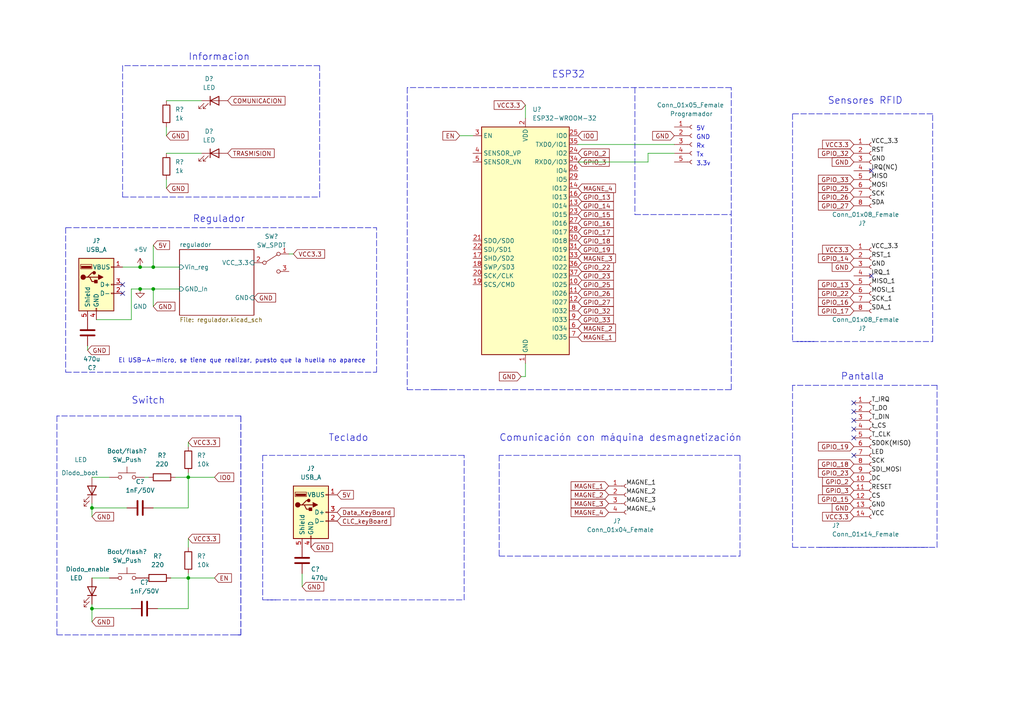
<source format=kicad_sch>
(kicad_sch (version 20211123) (generator eeschema)

  (uuid e63e39d7-6ac0-4ffd-8aa3-1841a4541b55)

  (paper "A4")

  (lib_symbols
    (symbol "Connector:Conn_01x04_Female" (pin_names (offset 1.016) hide) (in_bom yes) (on_board yes)
      (property "Reference" "J" (id 0) (at 0 5.08 0)
        (effects (font (size 1.27 1.27)))
      )
      (property "Value" "Conn_01x04_Female" (id 1) (at 0 -7.62 0)
        (effects (font (size 1.27 1.27)))
      )
      (property "Footprint" "" (id 2) (at 0 0 0)
        (effects (font (size 1.27 1.27)) hide)
      )
      (property "Datasheet" "~" (id 3) (at 0 0 0)
        (effects (font (size 1.27 1.27)) hide)
      )
      (property "ki_keywords" "connector" (id 4) (at 0 0 0)
        (effects (font (size 1.27 1.27)) hide)
      )
      (property "ki_description" "Generic connector, single row, 01x04, script generated (kicad-library-utils/schlib/autogen/connector/)" (id 5) (at 0 0 0)
        (effects (font (size 1.27 1.27)) hide)
      )
      (property "ki_fp_filters" "Connector*:*_1x??_*" (id 6) (at 0 0 0)
        (effects (font (size 1.27 1.27)) hide)
      )
      (symbol "Conn_01x04_Female_1_1"
        (arc (start 0 -4.572) (mid -0.508 -5.08) (end 0 -5.588)
          (stroke (width 0.1524) (type default) (color 0 0 0 0))
          (fill (type none))
        )
        (arc (start 0 -2.032) (mid -0.508 -2.54) (end 0 -3.048)
          (stroke (width 0.1524) (type default) (color 0 0 0 0))
          (fill (type none))
        )
        (polyline
          (pts
            (xy -1.27 -5.08)
            (xy -0.508 -5.08)
          )
          (stroke (width 0.1524) (type default) (color 0 0 0 0))
          (fill (type none))
        )
        (polyline
          (pts
            (xy -1.27 -2.54)
            (xy -0.508 -2.54)
          )
          (stroke (width 0.1524) (type default) (color 0 0 0 0))
          (fill (type none))
        )
        (polyline
          (pts
            (xy -1.27 0)
            (xy -0.508 0)
          )
          (stroke (width 0.1524) (type default) (color 0 0 0 0))
          (fill (type none))
        )
        (polyline
          (pts
            (xy -1.27 2.54)
            (xy -0.508 2.54)
          )
          (stroke (width 0.1524) (type default) (color 0 0 0 0))
          (fill (type none))
        )
        (arc (start 0 0.508) (mid -0.508 0) (end 0 -0.508)
          (stroke (width 0.1524) (type default) (color 0 0 0 0))
          (fill (type none))
        )
        (arc (start 0 3.048) (mid -0.508 2.54) (end 0 2.032)
          (stroke (width 0.1524) (type default) (color 0 0 0 0))
          (fill (type none))
        )
        (pin passive line (at -5.08 2.54 0) (length 3.81)
          (name "Pin_1" (effects (font (size 1.27 1.27))))
          (number "1" (effects (font (size 1.27 1.27))))
        )
        (pin passive line (at -5.08 0 0) (length 3.81)
          (name "Pin_2" (effects (font (size 1.27 1.27))))
          (number "2" (effects (font (size 1.27 1.27))))
        )
        (pin passive line (at -5.08 -2.54 0) (length 3.81)
          (name "Pin_3" (effects (font (size 1.27 1.27))))
          (number "3" (effects (font (size 1.27 1.27))))
        )
        (pin passive line (at -5.08 -5.08 0) (length 3.81)
          (name "Pin_4" (effects (font (size 1.27 1.27))))
          (number "4" (effects (font (size 1.27 1.27))))
        )
      )
    )
    (symbol "Connector:Conn_01x05_Female" (pin_names (offset 1.016) hide) (in_bom yes) (on_board yes)
      (property "Reference" "J" (id 0) (at 0 7.62 0)
        (effects (font (size 1.27 1.27)))
      )
      (property "Value" "Conn_01x05_Female" (id 1) (at 0 -7.62 0)
        (effects (font (size 1.27 1.27)))
      )
      (property "Footprint" "" (id 2) (at 0 0 0)
        (effects (font (size 1.27 1.27)) hide)
      )
      (property "Datasheet" "~" (id 3) (at 0 0 0)
        (effects (font (size 1.27 1.27)) hide)
      )
      (property "ki_keywords" "connector" (id 4) (at 0 0 0)
        (effects (font (size 1.27 1.27)) hide)
      )
      (property "ki_description" "Generic connector, single row, 01x05, script generated (kicad-library-utils/schlib/autogen/connector/)" (id 5) (at 0 0 0)
        (effects (font (size 1.27 1.27)) hide)
      )
      (property "ki_fp_filters" "Connector*:*_1x??_*" (id 6) (at 0 0 0)
        (effects (font (size 1.27 1.27)) hide)
      )
      (symbol "Conn_01x05_Female_1_1"
        (arc (start 0 -4.572) (mid -0.508 -5.08) (end 0 -5.588)
          (stroke (width 0.1524) (type default) (color 0 0 0 0))
          (fill (type none))
        )
        (arc (start 0 -2.032) (mid -0.508 -2.54) (end 0 -3.048)
          (stroke (width 0.1524) (type default) (color 0 0 0 0))
          (fill (type none))
        )
        (polyline
          (pts
            (xy -1.27 -5.08)
            (xy -0.508 -5.08)
          )
          (stroke (width 0.1524) (type default) (color 0 0 0 0))
          (fill (type none))
        )
        (polyline
          (pts
            (xy -1.27 -2.54)
            (xy -0.508 -2.54)
          )
          (stroke (width 0.1524) (type default) (color 0 0 0 0))
          (fill (type none))
        )
        (polyline
          (pts
            (xy -1.27 0)
            (xy -0.508 0)
          )
          (stroke (width 0.1524) (type default) (color 0 0 0 0))
          (fill (type none))
        )
        (polyline
          (pts
            (xy -1.27 2.54)
            (xy -0.508 2.54)
          )
          (stroke (width 0.1524) (type default) (color 0 0 0 0))
          (fill (type none))
        )
        (polyline
          (pts
            (xy -1.27 5.08)
            (xy -0.508 5.08)
          )
          (stroke (width 0.1524) (type default) (color 0 0 0 0))
          (fill (type none))
        )
        (arc (start 0 0.508) (mid -0.508 0) (end 0 -0.508)
          (stroke (width 0.1524) (type default) (color 0 0 0 0))
          (fill (type none))
        )
        (arc (start 0 3.048) (mid -0.508 2.54) (end 0 2.032)
          (stroke (width 0.1524) (type default) (color 0 0 0 0))
          (fill (type none))
        )
        (arc (start 0 5.588) (mid -0.508 5.08) (end 0 4.572)
          (stroke (width 0.1524) (type default) (color 0 0 0 0))
          (fill (type none))
        )
        (pin passive line (at -5.08 5.08 0) (length 3.81)
          (name "Pin_1" (effects (font (size 1.27 1.27))))
          (number "1" (effects (font (size 1.27 1.27))))
        )
        (pin passive line (at -5.08 2.54 0) (length 3.81)
          (name "Pin_2" (effects (font (size 1.27 1.27))))
          (number "2" (effects (font (size 1.27 1.27))))
        )
        (pin passive line (at -5.08 0 0) (length 3.81)
          (name "Pin_3" (effects (font (size 1.27 1.27))))
          (number "3" (effects (font (size 1.27 1.27))))
        )
        (pin passive line (at -5.08 -2.54 0) (length 3.81)
          (name "Pin_4" (effects (font (size 1.27 1.27))))
          (number "4" (effects (font (size 1.27 1.27))))
        )
        (pin passive line (at -5.08 -5.08 0) (length 3.81)
          (name "Pin_5" (effects (font (size 1.27 1.27))))
          (number "5" (effects (font (size 1.27 1.27))))
        )
      )
    )
    (symbol "Connector:Conn_01x08_Female" (pin_names (offset 1.016) hide) (in_bom yes) (on_board yes)
      (property "Reference" "J" (id 0) (at 0 10.16 0)
        (effects (font (size 1.27 1.27)))
      )
      (property "Value" "Conn_01x08_Female" (id 1) (at 0 -12.7 0)
        (effects (font (size 1.27 1.27)))
      )
      (property "Footprint" "" (id 2) (at 0 0 0)
        (effects (font (size 1.27 1.27)) hide)
      )
      (property "Datasheet" "~" (id 3) (at 0 0 0)
        (effects (font (size 1.27 1.27)) hide)
      )
      (property "ki_keywords" "connector" (id 4) (at 0 0 0)
        (effects (font (size 1.27 1.27)) hide)
      )
      (property "ki_description" "Generic connector, single row, 01x08, script generated (kicad-library-utils/schlib/autogen/connector/)" (id 5) (at 0 0 0)
        (effects (font (size 1.27 1.27)) hide)
      )
      (property "ki_fp_filters" "Connector*:*_1x??_*" (id 6) (at 0 0 0)
        (effects (font (size 1.27 1.27)) hide)
      )
      (symbol "Conn_01x08_Female_1_1"
        (arc (start 0 -9.652) (mid -0.508 -10.16) (end 0 -10.668)
          (stroke (width 0.1524) (type default) (color 0 0 0 0))
          (fill (type none))
        )
        (arc (start 0 -7.112) (mid -0.508 -7.62) (end 0 -8.128)
          (stroke (width 0.1524) (type default) (color 0 0 0 0))
          (fill (type none))
        )
        (arc (start 0 -4.572) (mid -0.508 -5.08) (end 0 -5.588)
          (stroke (width 0.1524) (type default) (color 0 0 0 0))
          (fill (type none))
        )
        (arc (start 0 -2.032) (mid -0.508 -2.54) (end 0 -3.048)
          (stroke (width 0.1524) (type default) (color 0 0 0 0))
          (fill (type none))
        )
        (polyline
          (pts
            (xy -1.27 -10.16)
            (xy -0.508 -10.16)
          )
          (stroke (width 0.1524) (type default) (color 0 0 0 0))
          (fill (type none))
        )
        (polyline
          (pts
            (xy -1.27 -7.62)
            (xy -0.508 -7.62)
          )
          (stroke (width 0.1524) (type default) (color 0 0 0 0))
          (fill (type none))
        )
        (polyline
          (pts
            (xy -1.27 -5.08)
            (xy -0.508 -5.08)
          )
          (stroke (width 0.1524) (type default) (color 0 0 0 0))
          (fill (type none))
        )
        (polyline
          (pts
            (xy -1.27 -2.54)
            (xy -0.508 -2.54)
          )
          (stroke (width 0.1524) (type default) (color 0 0 0 0))
          (fill (type none))
        )
        (polyline
          (pts
            (xy -1.27 0)
            (xy -0.508 0)
          )
          (stroke (width 0.1524) (type default) (color 0 0 0 0))
          (fill (type none))
        )
        (polyline
          (pts
            (xy -1.27 2.54)
            (xy -0.508 2.54)
          )
          (stroke (width 0.1524) (type default) (color 0 0 0 0))
          (fill (type none))
        )
        (polyline
          (pts
            (xy -1.27 5.08)
            (xy -0.508 5.08)
          )
          (stroke (width 0.1524) (type default) (color 0 0 0 0))
          (fill (type none))
        )
        (polyline
          (pts
            (xy -1.27 7.62)
            (xy -0.508 7.62)
          )
          (stroke (width 0.1524) (type default) (color 0 0 0 0))
          (fill (type none))
        )
        (arc (start 0 0.508) (mid -0.508 0) (end 0 -0.508)
          (stroke (width 0.1524) (type default) (color 0 0 0 0))
          (fill (type none))
        )
        (arc (start 0 3.048) (mid -0.508 2.54) (end 0 2.032)
          (stroke (width 0.1524) (type default) (color 0 0 0 0))
          (fill (type none))
        )
        (arc (start 0 5.588) (mid -0.508 5.08) (end 0 4.572)
          (stroke (width 0.1524) (type default) (color 0 0 0 0))
          (fill (type none))
        )
        (arc (start 0 8.128) (mid -0.508 7.62) (end 0 7.112)
          (stroke (width 0.1524) (type default) (color 0 0 0 0))
          (fill (type none))
        )
        (pin passive line (at -5.08 7.62 0) (length 3.81)
          (name "Pin_1" (effects (font (size 1.27 1.27))))
          (number "1" (effects (font (size 1.27 1.27))))
        )
        (pin passive line (at -5.08 5.08 0) (length 3.81)
          (name "Pin_2" (effects (font (size 1.27 1.27))))
          (number "2" (effects (font (size 1.27 1.27))))
        )
        (pin passive line (at -5.08 2.54 0) (length 3.81)
          (name "Pin_3" (effects (font (size 1.27 1.27))))
          (number "3" (effects (font (size 1.27 1.27))))
        )
        (pin passive line (at -5.08 0 0) (length 3.81)
          (name "Pin_4" (effects (font (size 1.27 1.27))))
          (number "4" (effects (font (size 1.27 1.27))))
        )
        (pin passive line (at -5.08 -2.54 0) (length 3.81)
          (name "Pin_5" (effects (font (size 1.27 1.27))))
          (number "5" (effects (font (size 1.27 1.27))))
        )
        (pin passive line (at -5.08 -5.08 0) (length 3.81)
          (name "Pin_6" (effects (font (size 1.27 1.27))))
          (number "6" (effects (font (size 1.27 1.27))))
        )
        (pin passive line (at -5.08 -7.62 0) (length 3.81)
          (name "Pin_7" (effects (font (size 1.27 1.27))))
          (number "7" (effects (font (size 1.27 1.27))))
        )
        (pin passive line (at -5.08 -10.16 0) (length 3.81)
          (name "Pin_8" (effects (font (size 1.27 1.27))))
          (number "8" (effects (font (size 1.27 1.27))))
        )
      )
    )
    (symbol "Connector:Conn_01x14_Female" (pin_names (offset 1.016) hide) (in_bom yes) (on_board yes)
      (property "Reference" "J" (id 0) (at 0 17.78 0)
        (effects (font (size 1.27 1.27)))
      )
      (property "Value" "Conn_01x14_Female" (id 1) (at 0 -20.32 0)
        (effects (font (size 1.27 1.27)))
      )
      (property "Footprint" "" (id 2) (at 0 0 0)
        (effects (font (size 1.27 1.27)) hide)
      )
      (property "Datasheet" "~" (id 3) (at 0 0 0)
        (effects (font (size 1.27 1.27)) hide)
      )
      (property "ki_keywords" "connector" (id 4) (at 0 0 0)
        (effects (font (size 1.27 1.27)) hide)
      )
      (property "ki_description" "Generic connector, single row, 01x14, script generated (kicad-library-utils/schlib/autogen/connector/)" (id 5) (at 0 0 0)
        (effects (font (size 1.27 1.27)) hide)
      )
      (property "ki_fp_filters" "Connector*:*_1x??_*" (id 6) (at 0 0 0)
        (effects (font (size 1.27 1.27)) hide)
      )
      (symbol "Conn_01x14_Female_1_1"
        (arc (start 0 -17.272) (mid -0.508 -17.78) (end 0 -18.288)
          (stroke (width 0.1524) (type default) (color 0 0 0 0))
          (fill (type none))
        )
        (arc (start 0 -14.732) (mid -0.508 -15.24) (end 0 -15.748)
          (stroke (width 0.1524) (type default) (color 0 0 0 0))
          (fill (type none))
        )
        (arc (start 0 -12.192) (mid -0.508 -12.7) (end 0 -13.208)
          (stroke (width 0.1524) (type default) (color 0 0 0 0))
          (fill (type none))
        )
        (arc (start 0 -9.652) (mid -0.508 -10.16) (end 0 -10.668)
          (stroke (width 0.1524) (type default) (color 0 0 0 0))
          (fill (type none))
        )
        (arc (start 0 -7.112) (mid -0.508 -7.62) (end 0 -8.128)
          (stroke (width 0.1524) (type default) (color 0 0 0 0))
          (fill (type none))
        )
        (arc (start 0 -4.572) (mid -0.508 -5.08) (end 0 -5.588)
          (stroke (width 0.1524) (type default) (color 0 0 0 0))
          (fill (type none))
        )
        (arc (start 0 -2.032) (mid -0.508 -2.54) (end 0 -3.048)
          (stroke (width 0.1524) (type default) (color 0 0 0 0))
          (fill (type none))
        )
        (polyline
          (pts
            (xy -1.27 -17.78)
            (xy -0.508 -17.78)
          )
          (stroke (width 0.1524) (type default) (color 0 0 0 0))
          (fill (type none))
        )
        (polyline
          (pts
            (xy -1.27 -15.24)
            (xy -0.508 -15.24)
          )
          (stroke (width 0.1524) (type default) (color 0 0 0 0))
          (fill (type none))
        )
        (polyline
          (pts
            (xy -1.27 -12.7)
            (xy -0.508 -12.7)
          )
          (stroke (width 0.1524) (type default) (color 0 0 0 0))
          (fill (type none))
        )
        (polyline
          (pts
            (xy -1.27 -10.16)
            (xy -0.508 -10.16)
          )
          (stroke (width 0.1524) (type default) (color 0 0 0 0))
          (fill (type none))
        )
        (polyline
          (pts
            (xy -1.27 -7.62)
            (xy -0.508 -7.62)
          )
          (stroke (width 0.1524) (type default) (color 0 0 0 0))
          (fill (type none))
        )
        (polyline
          (pts
            (xy -1.27 -5.08)
            (xy -0.508 -5.08)
          )
          (stroke (width 0.1524) (type default) (color 0 0 0 0))
          (fill (type none))
        )
        (polyline
          (pts
            (xy -1.27 -2.54)
            (xy -0.508 -2.54)
          )
          (stroke (width 0.1524) (type default) (color 0 0 0 0))
          (fill (type none))
        )
        (polyline
          (pts
            (xy -1.27 0)
            (xy -0.508 0)
          )
          (stroke (width 0.1524) (type default) (color 0 0 0 0))
          (fill (type none))
        )
        (polyline
          (pts
            (xy -1.27 2.54)
            (xy -0.508 2.54)
          )
          (stroke (width 0.1524) (type default) (color 0 0 0 0))
          (fill (type none))
        )
        (polyline
          (pts
            (xy -1.27 5.08)
            (xy -0.508 5.08)
          )
          (stroke (width 0.1524) (type default) (color 0 0 0 0))
          (fill (type none))
        )
        (polyline
          (pts
            (xy -1.27 7.62)
            (xy -0.508 7.62)
          )
          (stroke (width 0.1524) (type default) (color 0 0 0 0))
          (fill (type none))
        )
        (polyline
          (pts
            (xy -1.27 10.16)
            (xy -0.508 10.16)
          )
          (stroke (width 0.1524) (type default) (color 0 0 0 0))
          (fill (type none))
        )
        (polyline
          (pts
            (xy -1.27 12.7)
            (xy -0.508 12.7)
          )
          (stroke (width 0.1524) (type default) (color 0 0 0 0))
          (fill (type none))
        )
        (polyline
          (pts
            (xy -1.27 15.24)
            (xy -0.508 15.24)
          )
          (stroke (width 0.1524) (type default) (color 0 0 0 0))
          (fill (type none))
        )
        (arc (start 0 0.508) (mid -0.508 0) (end 0 -0.508)
          (stroke (width 0.1524) (type default) (color 0 0 0 0))
          (fill (type none))
        )
        (arc (start 0 3.048) (mid -0.508 2.54) (end 0 2.032)
          (stroke (width 0.1524) (type default) (color 0 0 0 0))
          (fill (type none))
        )
        (arc (start 0 5.588) (mid -0.508 5.08) (end 0 4.572)
          (stroke (width 0.1524) (type default) (color 0 0 0 0))
          (fill (type none))
        )
        (arc (start 0 8.128) (mid -0.508 7.62) (end 0 7.112)
          (stroke (width 0.1524) (type default) (color 0 0 0 0))
          (fill (type none))
        )
        (arc (start 0 10.668) (mid -0.508 10.16) (end 0 9.652)
          (stroke (width 0.1524) (type default) (color 0 0 0 0))
          (fill (type none))
        )
        (arc (start 0 13.208) (mid -0.508 12.7) (end 0 12.192)
          (stroke (width 0.1524) (type default) (color 0 0 0 0))
          (fill (type none))
        )
        (arc (start 0 15.748) (mid -0.508 15.24) (end 0 14.732)
          (stroke (width 0.1524) (type default) (color 0 0 0 0))
          (fill (type none))
        )
        (pin passive line (at -5.08 15.24 0) (length 3.81)
          (name "Pin_1" (effects (font (size 1.27 1.27))))
          (number "1" (effects (font (size 1.27 1.27))))
        )
        (pin passive line (at -5.08 -7.62 0) (length 3.81)
          (name "Pin_10" (effects (font (size 1.27 1.27))))
          (number "10" (effects (font (size 1.27 1.27))))
        )
        (pin passive line (at -5.08 -10.16 0) (length 3.81)
          (name "Pin_11" (effects (font (size 1.27 1.27))))
          (number "11" (effects (font (size 1.27 1.27))))
        )
        (pin passive line (at -5.08 -12.7 0) (length 3.81)
          (name "Pin_12" (effects (font (size 1.27 1.27))))
          (number "12" (effects (font (size 1.27 1.27))))
        )
        (pin passive line (at -5.08 -15.24 0) (length 3.81)
          (name "Pin_13" (effects (font (size 1.27 1.27))))
          (number "13" (effects (font (size 1.27 1.27))))
        )
        (pin passive line (at -5.08 -17.78 0) (length 3.81)
          (name "Pin_14" (effects (font (size 1.27 1.27))))
          (number "14" (effects (font (size 1.27 1.27))))
        )
        (pin passive line (at -5.08 12.7 0) (length 3.81)
          (name "Pin_2" (effects (font (size 1.27 1.27))))
          (number "2" (effects (font (size 1.27 1.27))))
        )
        (pin passive line (at -5.08 10.16 0) (length 3.81)
          (name "Pin_3" (effects (font (size 1.27 1.27))))
          (number "3" (effects (font (size 1.27 1.27))))
        )
        (pin passive line (at -5.08 7.62 0) (length 3.81)
          (name "Pin_4" (effects (font (size 1.27 1.27))))
          (number "4" (effects (font (size 1.27 1.27))))
        )
        (pin passive line (at -5.08 5.08 0) (length 3.81)
          (name "Pin_5" (effects (font (size 1.27 1.27))))
          (number "5" (effects (font (size 1.27 1.27))))
        )
        (pin passive line (at -5.08 2.54 0) (length 3.81)
          (name "Pin_6" (effects (font (size 1.27 1.27))))
          (number "6" (effects (font (size 1.27 1.27))))
        )
        (pin passive line (at -5.08 0 0) (length 3.81)
          (name "Pin_7" (effects (font (size 1.27 1.27))))
          (number "7" (effects (font (size 1.27 1.27))))
        )
        (pin passive line (at -5.08 -2.54 0) (length 3.81)
          (name "Pin_8" (effects (font (size 1.27 1.27))))
          (number "8" (effects (font (size 1.27 1.27))))
        )
        (pin passive line (at -5.08 -5.08 0) (length 3.81)
          (name "Pin_9" (effects (font (size 1.27 1.27))))
          (number "9" (effects (font (size 1.27 1.27))))
        )
      )
    )
    (symbol "Connector:USB_A" (pin_names (offset 1.016)) (in_bom yes) (on_board yes)
      (property "Reference" "J" (id 0) (at -5.08 11.43 0)
        (effects (font (size 1.27 1.27)) (justify left))
      )
      (property "Value" "USB_A" (id 1) (at -5.08 8.89 0)
        (effects (font (size 1.27 1.27)) (justify left))
      )
      (property "Footprint" "" (id 2) (at 3.81 -1.27 0)
        (effects (font (size 1.27 1.27)) hide)
      )
      (property "Datasheet" " ~" (id 3) (at 3.81 -1.27 0)
        (effects (font (size 1.27 1.27)) hide)
      )
      (property "ki_keywords" "connector USB" (id 4) (at 0 0 0)
        (effects (font (size 1.27 1.27)) hide)
      )
      (property "ki_description" "USB Type A connector" (id 5) (at 0 0 0)
        (effects (font (size 1.27 1.27)) hide)
      )
      (property "ki_fp_filters" "USB*" (id 6) (at 0 0 0)
        (effects (font (size 1.27 1.27)) hide)
      )
      (symbol "USB_A_0_1"
        (rectangle (start -5.08 -7.62) (end 5.08 7.62)
          (stroke (width 0.254) (type default) (color 0 0 0 0))
          (fill (type background))
        )
        (circle (center -3.81 2.159) (radius 0.635)
          (stroke (width 0.254) (type default) (color 0 0 0 0))
          (fill (type outline))
        )
        (rectangle (start -1.524 4.826) (end -4.318 5.334)
          (stroke (width 0) (type default) (color 0 0 0 0))
          (fill (type outline))
        )
        (rectangle (start -1.27 4.572) (end -4.572 5.842)
          (stroke (width 0) (type default) (color 0 0 0 0))
          (fill (type none))
        )
        (circle (center -0.635 3.429) (radius 0.381)
          (stroke (width 0.254) (type default) (color 0 0 0 0))
          (fill (type outline))
        )
        (rectangle (start -0.127 -7.62) (end 0.127 -6.858)
          (stroke (width 0) (type default) (color 0 0 0 0))
          (fill (type none))
        )
        (polyline
          (pts
            (xy -3.175 2.159)
            (xy -2.54 2.159)
            (xy -1.27 3.429)
            (xy -0.635 3.429)
          )
          (stroke (width 0.254) (type default) (color 0 0 0 0))
          (fill (type none))
        )
        (polyline
          (pts
            (xy -2.54 2.159)
            (xy -1.905 2.159)
            (xy -1.27 0.889)
            (xy 0 0.889)
          )
          (stroke (width 0.254) (type default) (color 0 0 0 0))
          (fill (type none))
        )
        (polyline
          (pts
            (xy 0.635 2.794)
            (xy 0.635 1.524)
            (xy 1.905 2.159)
            (xy 0.635 2.794)
          )
          (stroke (width 0.254) (type default) (color 0 0 0 0))
          (fill (type outline))
        )
        (rectangle (start 0.254 1.27) (end -0.508 0.508)
          (stroke (width 0.254) (type default) (color 0 0 0 0))
          (fill (type outline))
        )
        (rectangle (start 5.08 -2.667) (end 4.318 -2.413)
          (stroke (width 0) (type default) (color 0 0 0 0))
          (fill (type none))
        )
        (rectangle (start 5.08 -0.127) (end 4.318 0.127)
          (stroke (width 0) (type default) (color 0 0 0 0))
          (fill (type none))
        )
        (rectangle (start 5.08 4.953) (end 4.318 5.207)
          (stroke (width 0) (type default) (color 0 0 0 0))
          (fill (type none))
        )
      )
      (symbol "USB_A_1_1"
        (polyline
          (pts
            (xy -1.905 2.159)
            (xy 0.635 2.159)
          )
          (stroke (width 0.254) (type default) (color 0 0 0 0))
          (fill (type none))
        )
        (pin power_in line (at 7.62 5.08 180) (length 2.54)
          (name "VBUS" (effects (font (size 1.27 1.27))))
          (number "1" (effects (font (size 1.27 1.27))))
        )
        (pin bidirectional line (at 7.62 -2.54 180) (length 2.54)
          (name "D-" (effects (font (size 1.27 1.27))))
          (number "2" (effects (font (size 1.27 1.27))))
        )
        (pin bidirectional line (at 7.62 0 180) (length 2.54)
          (name "D+" (effects (font (size 1.27 1.27))))
          (number "3" (effects (font (size 1.27 1.27))))
        )
        (pin power_in line (at 0 -10.16 90) (length 2.54)
          (name "GND" (effects (font (size 1.27 1.27))))
          (number "4" (effects (font (size 1.27 1.27))))
        )
        (pin passive line (at -2.54 -10.16 90) (length 2.54)
          (name "Shield" (effects (font (size 1.27 1.27))))
          (number "5" (effects (font (size 1.27 1.27))))
        )
      )
    )
    (symbol "Device:C" (pin_numbers hide) (pin_names (offset 0.254)) (in_bom yes) (on_board yes)
      (property "Reference" "C" (id 0) (at 0.635 2.54 0)
        (effects (font (size 1.27 1.27)) (justify left))
      )
      (property "Value" "C" (id 1) (at 0.635 -2.54 0)
        (effects (font (size 1.27 1.27)) (justify left))
      )
      (property "Footprint" "" (id 2) (at 0.9652 -3.81 0)
        (effects (font (size 1.27 1.27)) hide)
      )
      (property "Datasheet" "~" (id 3) (at 0 0 0)
        (effects (font (size 1.27 1.27)) hide)
      )
      (property "ki_keywords" "cap capacitor" (id 4) (at 0 0 0)
        (effects (font (size 1.27 1.27)) hide)
      )
      (property "ki_description" "Unpolarized capacitor" (id 5) (at 0 0 0)
        (effects (font (size 1.27 1.27)) hide)
      )
      (property "ki_fp_filters" "C_*" (id 6) (at 0 0 0)
        (effects (font (size 1.27 1.27)) hide)
      )
      (symbol "C_0_1"
        (polyline
          (pts
            (xy -2.032 -0.762)
            (xy 2.032 -0.762)
          )
          (stroke (width 0.508) (type default) (color 0 0 0 0))
          (fill (type none))
        )
        (polyline
          (pts
            (xy -2.032 0.762)
            (xy 2.032 0.762)
          )
          (stroke (width 0.508) (type default) (color 0 0 0 0))
          (fill (type none))
        )
      )
      (symbol "C_1_1"
        (pin passive line (at 0 3.81 270) (length 2.794)
          (name "~" (effects (font (size 1.27 1.27))))
          (number "1" (effects (font (size 1.27 1.27))))
        )
        (pin passive line (at 0 -3.81 90) (length 2.794)
          (name "~" (effects (font (size 1.27 1.27))))
          (number "2" (effects (font (size 1.27 1.27))))
        )
      )
    )
    (symbol "Device:LED" (pin_numbers hide) (pin_names (offset 1.016) hide) (in_bom yes) (on_board yes)
      (property "Reference" "D" (id 0) (at 0 2.54 0)
        (effects (font (size 1.27 1.27)))
      )
      (property "Value" "LED" (id 1) (at 0 -2.54 0)
        (effects (font (size 1.27 1.27)))
      )
      (property "Footprint" "" (id 2) (at 0 0 0)
        (effects (font (size 1.27 1.27)) hide)
      )
      (property "Datasheet" "~" (id 3) (at 0 0 0)
        (effects (font (size 1.27 1.27)) hide)
      )
      (property "ki_keywords" "LED diode" (id 4) (at 0 0 0)
        (effects (font (size 1.27 1.27)) hide)
      )
      (property "ki_description" "Light emitting diode" (id 5) (at 0 0 0)
        (effects (font (size 1.27 1.27)) hide)
      )
      (property "ki_fp_filters" "LED* LED_SMD:* LED_THT:*" (id 6) (at 0 0 0)
        (effects (font (size 1.27 1.27)) hide)
      )
      (symbol "LED_0_1"
        (polyline
          (pts
            (xy -1.27 -1.27)
            (xy -1.27 1.27)
          )
          (stroke (width 0.254) (type default) (color 0 0 0 0))
          (fill (type none))
        )
        (polyline
          (pts
            (xy -1.27 0)
            (xy 1.27 0)
          )
          (stroke (width 0) (type default) (color 0 0 0 0))
          (fill (type none))
        )
        (polyline
          (pts
            (xy 1.27 -1.27)
            (xy 1.27 1.27)
            (xy -1.27 0)
            (xy 1.27 -1.27)
          )
          (stroke (width 0.254) (type default) (color 0 0 0 0))
          (fill (type none))
        )
        (polyline
          (pts
            (xy -3.048 -0.762)
            (xy -4.572 -2.286)
            (xy -3.81 -2.286)
            (xy -4.572 -2.286)
            (xy -4.572 -1.524)
          )
          (stroke (width 0) (type default) (color 0 0 0 0))
          (fill (type none))
        )
        (polyline
          (pts
            (xy -1.778 -0.762)
            (xy -3.302 -2.286)
            (xy -2.54 -2.286)
            (xy -3.302 -2.286)
            (xy -3.302 -1.524)
          )
          (stroke (width 0) (type default) (color 0 0 0 0))
          (fill (type none))
        )
      )
      (symbol "LED_1_1"
        (pin passive line (at -3.81 0 0) (length 2.54)
          (name "K" (effects (font (size 1.27 1.27))))
          (number "1" (effects (font (size 1.27 1.27))))
        )
        (pin passive line (at 3.81 0 180) (length 2.54)
          (name "A" (effects (font (size 1.27 1.27))))
          (number "2" (effects (font (size 1.27 1.27))))
        )
      )
    )
    (symbol "Device:R" (pin_numbers hide) (pin_names (offset 0)) (in_bom yes) (on_board yes)
      (property "Reference" "R" (id 0) (at 2.032 0 90)
        (effects (font (size 1.27 1.27)))
      )
      (property "Value" "R" (id 1) (at 0 0 90)
        (effects (font (size 1.27 1.27)))
      )
      (property "Footprint" "" (id 2) (at -1.778 0 90)
        (effects (font (size 1.27 1.27)) hide)
      )
      (property "Datasheet" "~" (id 3) (at 0 0 0)
        (effects (font (size 1.27 1.27)) hide)
      )
      (property "ki_keywords" "R res resistor" (id 4) (at 0 0 0)
        (effects (font (size 1.27 1.27)) hide)
      )
      (property "ki_description" "Resistor" (id 5) (at 0 0 0)
        (effects (font (size 1.27 1.27)) hide)
      )
      (property "ki_fp_filters" "R_*" (id 6) (at 0 0 0)
        (effects (font (size 1.27 1.27)) hide)
      )
      (symbol "R_0_1"
        (rectangle (start -1.016 -2.54) (end 1.016 2.54)
          (stroke (width 0.254) (type default) (color 0 0 0 0))
          (fill (type none))
        )
      )
      (symbol "R_1_1"
        (pin passive line (at 0 3.81 270) (length 1.27)
          (name "~" (effects (font (size 1.27 1.27))))
          (number "1" (effects (font (size 1.27 1.27))))
        )
        (pin passive line (at 0 -3.81 90) (length 1.27)
          (name "~" (effects (font (size 1.27 1.27))))
          (number "2" (effects (font (size 1.27 1.27))))
        )
      )
    )
    (symbol "RF_Module:ESP32-WROOM-32" (in_bom yes) (on_board yes)
      (property "Reference" "U" (id 0) (at -12.7 34.29 0)
        (effects (font (size 1.27 1.27)) (justify left))
      )
      (property "Value" "ESP32-WROOM-32" (id 1) (at 1.27 34.29 0)
        (effects (font (size 1.27 1.27)) (justify left))
      )
      (property "Footprint" "RF_Module:ESP32-WROOM-32" (id 2) (at 0 -38.1 0)
        (effects (font (size 1.27 1.27)) hide)
      )
      (property "Datasheet" "https://www.espressif.com/sites/default/files/documentation/esp32-wroom-32_datasheet_en.pdf" (id 3) (at -7.62 1.27 0)
        (effects (font (size 1.27 1.27)) hide)
      )
      (property "ki_keywords" "RF Radio BT ESP ESP32 Espressif onboard PCB antenna" (id 4) (at 0 0 0)
        (effects (font (size 1.27 1.27)) hide)
      )
      (property "ki_description" "RF Module, ESP32-D0WDQ6 SoC, Wi-Fi 802.11b/g/n, Bluetooth, BLE, 32-bit, 2.7-3.6V, onboard antenna, SMD" (id 5) (at 0 0 0)
        (effects (font (size 1.27 1.27)) hide)
      )
      (property "ki_fp_filters" "ESP32?WROOM?32*" (id 6) (at 0 0 0)
        (effects (font (size 1.27 1.27)) hide)
      )
      (symbol "ESP32-WROOM-32_0_1"
        (rectangle (start -12.7 33.02) (end 12.7 -33.02)
          (stroke (width 0.254) (type default) (color 0 0 0 0))
          (fill (type background))
        )
      )
      (symbol "ESP32-WROOM-32_1_1"
        (pin power_in line (at 0 -35.56 90) (length 2.54)
          (name "GND" (effects (font (size 1.27 1.27))))
          (number "1" (effects (font (size 1.27 1.27))))
        )
        (pin bidirectional line (at 15.24 -12.7 180) (length 2.54)
          (name "IO25" (effects (font (size 1.27 1.27))))
          (number "10" (effects (font (size 1.27 1.27))))
        )
        (pin bidirectional line (at 15.24 -15.24 180) (length 2.54)
          (name "IO26" (effects (font (size 1.27 1.27))))
          (number "11" (effects (font (size 1.27 1.27))))
        )
        (pin bidirectional line (at 15.24 -17.78 180) (length 2.54)
          (name "IO27" (effects (font (size 1.27 1.27))))
          (number "12" (effects (font (size 1.27 1.27))))
        )
        (pin bidirectional line (at 15.24 10.16 180) (length 2.54)
          (name "IO14" (effects (font (size 1.27 1.27))))
          (number "13" (effects (font (size 1.27 1.27))))
        )
        (pin bidirectional line (at 15.24 15.24 180) (length 2.54)
          (name "IO12" (effects (font (size 1.27 1.27))))
          (number "14" (effects (font (size 1.27 1.27))))
        )
        (pin passive line (at 0 -35.56 90) (length 2.54) hide
          (name "GND" (effects (font (size 1.27 1.27))))
          (number "15" (effects (font (size 1.27 1.27))))
        )
        (pin bidirectional line (at 15.24 12.7 180) (length 2.54)
          (name "IO13" (effects (font (size 1.27 1.27))))
          (number "16" (effects (font (size 1.27 1.27))))
        )
        (pin bidirectional line (at -15.24 -5.08 0) (length 2.54)
          (name "SHD/SD2" (effects (font (size 1.27 1.27))))
          (number "17" (effects (font (size 1.27 1.27))))
        )
        (pin bidirectional line (at -15.24 -7.62 0) (length 2.54)
          (name "SWP/SD3" (effects (font (size 1.27 1.27))))
          (number "18" (effects (font (size 1.27 1.27))))
        )
        (pin bidirectional line (at -15.24 -12.7 0) (length 2.54)
          (name "SCS/CMD" (effects (font (size 1.27 1.27))))
          (number "19" (effects (font (size 1.27 1.27))))
        )
        (pin power_in line (at 0 35.56 270) (length 2.54)
          (name "VDD" (effects (font (size 1.27 1.27))))
          (number "2" (effects (font (size 1.27 1.27))))
        )
        (pin bidirectional line (at -15.24 -10.16 0) (length 2.54)
          (name "SCK/CLK" (effects (font (size 1.27 1.27))))
          (number "20" (effects (font (size 1.27 1.27))))
        )
        (pin bidirectional line (at -15.24 0 0) (length 2.54)
          (name "SDO/SD0" (effects (font (size 1.27 1.27))))
          (number "21" (effects (font (size 1.27 1.27))))
        )
        (pin bidirectional line (at -15.24 -2.54 0) (length 2.54)
          (name "SDI/SD1" (effects (font (size 1.27 1.27))))
          (number "22" (effects (font (size 1.27 1.27))))
        )
        (pin bidirectional line (at 15.24 7.62 180) (length 2.54)
          (name "IO15" (effects (font (size 1.27 1.27))))
          (number "23" (effects (font (size 1.27 1.27))))
        )
        (pin bidirectional line (at 15.24 25.4 180) (length 2.54)
          (name "IO2" (effects (font (size 1.27 1.27))))
          (number "24" (effects (font (size 1.27 1.27))))
        )
        (pin bidirectional line (at 15.24 30.48 180) (length 2.54)
          (name "IO0" (effects (font (size 1.27 1.27))))
          (number "25" (effects (font (size 1.27 1.27))))
        )
        (pin bidirectional line (at 15.24 20.32 180) (length 2.54)
          (name "IO4" (effects (font (size 1.27 1.27))))
          (number "26" (effects (font (size 1.27 1.27))))
        )
        (pin bidirectional line (at 15.24 5.08 180) (length 2.54)
          (name "IO16" (effects (font (size 1.27 1.27))))
          (number "27" (effects (font (size 1.27 1.27))))
        )
        (pin bidirectional line (at 15.24 2.54 180) (length 2.54)
          (name "IO17" (effects (font (size 1.27 1.27))))
          (number "28" (effects (font (size 1.27 1.27))))
        )
        (pin bidirectional line (at 15.24 17.78 180) (length 2.54)
          (name "IO5" (effects (font (size 1.27 1.27))))
          (number "29" (effects (font (size 1.27 1.27))))
        )
        (pin input line (at -15.24 30.48 0) (length 2.54)
          (name "EN" (effects (font (size 1.27 1.27))))
          (number "3" (effects (font (size 1.27 1.27))))
        )
        (pin bidirectional line (at 15.24 0 180) (length 2.54)
          (name "IO18" (effects (font (size 1.27 1.27))))
          (number "30" (effects (font (size 1.27 1.27))))
        )
        (pin bidirectional line (at 15.24 -2.54 180) (length 2.54)
          (name "IO19" (effects (font (size 1.27 1.27))))
          (number "31" (effects (font (size 1.27 1.27))))
        )
        (pin no_connect line (at -12.7 -27.94 0) (length 2.54) hide
          (name "NC" (effects (font (size 1.27 1.27))))
          (number "32" (effects (font (size 1.27 1.27))))
        )
        (pin bidirectional line (at 15.24 -5.08 180) (length 2.54)
          (name "IO21" (effects (font (size 1.27 1.27))))
          (number "33" (effects (font (size 1.27 1.27))))
        )
        (pin bidirectional line (at 15.24 22.86 180) (length 2.54)
          (name "RXD0/IO3" (effects (font (size 1.27 1.27))))
          (number "34" (effects (font (size 1.27 1.27))))
        )
        (pin bidirectional line (at 15.24 27.94 180) (length 2.54)
          (name "TXD0/IO1" (effects (font (size 1.27 1.27))))
          (number "35" (effects (font (size 1.27 1.27))))
        )
        (pin bidirectional line (at 15.24 -7.62 180) (length 2.54)
          (name "IO22" (effects (font (size 1.27 1.27))))
          (number "36" (effects (font (size 1.27 1.27))))
        )
        (pin bidirectional line (at 15.24 -10.16 180) (length 2.54)
          (name "IO23" (effects (font (size 1.27 1.27))))
          (number "37" (effects (font (size 1.27 1.27))))
        )
        (pin passive line (at 0 -35.56 90) (length 2.54) hide
          (name "GND" (effects (font (size 1.27 1.27))))
          (number "38" (effects (font (size 1.27 1.27))))
        )
        (pin passive line (at 0 -35.56 90) (length 2.54) hide
          (name "GND" (effects (font (size 1.27 1.27))))
          (number "39" (effects (font (size 1.27 1.27))))
        )
        (pin input line (at -15.24 25.4 0) (length 2.54)
          (name "SENSOR_VP" (effects (font (size 1.27 1.27))))
          (number "4" (effects (font (size 1.27 1.27))))
        )
        (pin input line (at -15.24 22.86 0) (length 2.54)
          (name "SENSOR_VN" (effects (font (size 1.27 1.27))))
          (number "5" (effects (font (size 1.27 1.27))))
        )
        (pin input line (at 15.24 -25.4 180) (length 2.54)
          (name "IO34" (effects (font (size 1.27 1.27))))
          (number "6" (effects (font (size 1.27 1.27))))
        )
        (pin input line (at 15.24 -27.94 180) (length 2.54)
          (name "IO35" (effects (font (size 1.27 1.27))))
          (number "7" (effects (font (size 1.27 1.27))))
        )
        (pin bidirectional line (at 15.24 -20.32 180) (length 2.54)
          (name "IO32" (effects (font (size 1.27 1.27))))
          (number "8" (effects (font (size 1.27 1.27))))
        )
        (pin bidirectional line (at 15.24 -22.86 180) (length 2.54)
          (name "IO33" (effects (font (size 1.27 1.27))))
          (number "9" (effects (font (size 1.27 1.27))))
        )
      )
    )
    (symbol "Switch:SW_Push" (pin_numbers hide) (pin_names (offset 1.016) hide) (in_bom yes) (on_board yes)
      (property "Reference" "SW" (id 0) (at 1.27 2.54 0)
        (effects (font (size 1.27 1.27)) (justify left))
      )
      (property "Value" "SW_Push" (id 1) (at 0 -1.524 0)
        (effects (font (size 1.27 1.27)))
      )
      (property "Footprint" "" (id 2) (at 0 5.08 0)
        (effects (font (size 1.27 1.27)) hide)
      )
      (property "Datasheet" "~" (id 3) (at 0 5.08 0)
        (effects (font (size 1.27 1.27)) hide)
      )
      (property "ki_keywords" "switch normally-open pushbutton push-button" (id 4) (at 0 0 0)
        (effects (font (size 1.27 1.27)) hide)
      )
      (property "ki_description" "Push button switch, generic, two pins" (id 5) (at 0 0 0)
        (effects (font (size 1.27 1.27)) hide)
      )
      (symbol "SW_Push_0_1"
        (circle (center -2.032 0) (radius 0.508)
          (stroke (width 0) (type default) (color 0 0 0 0))
          (fill (type none))
        )
        (polyline
          (pts
            (xy 0 1.27)
            (xy 0 3.048)
          )
          (stroke (width 0) (type default) (color 0 0 0 0))
          (fill (type none))
        )
        (polyline
          (pts
            (xy 2.54 1.27)
            (xy -2.54 1.27)
          )
          (stroke (width 0) (type default) (color 0 0 0 0))
          (fill (type none))
        )
        (circle (center 2.032 0) (radius 0.508)
          (stroke (width 0) (type default) (color 0 0 0 0))
          (fill (type none))
        )
        (pin passive line (at -5.08 0 0) (length 2.54)
          (name "1" (effects (font (size 1.27 1.27))))
          (number "1" (effects (font (size 1.27 1.27))))
        )
        (pin passive line (at 5.08 0 180) (length 2.54)
          (name "2" (effects (font (size 1.27 1.27))))
          (number "2" (effects (font (size 1.27 1.27))))
        )
      )
    )
    (symbol "Switch:SW_SPDT" (pin_names (offset 0) hide) (in_bom yes) (on_board yes)
      (property "Reference" "SW" (id 0) (at 0 4.318 0)
        (effects (font (size 1.27 1.27)))
      )
      (property "Value" "SW_SPDT" (id 1) (at 0 -5.08 0)
        (effects (font (size 1.27 1.27)))
      )
      (property "Footprint" "" (id 2) (at 0 0 0)
        (effects (font (size 1.27 1.27)) hide)
      )
      (property "Datasheet" "~" (id 3) (at 0 0 0)
        (effects (font (size 1.27 1.27)) hide)
      )
      (property "ki_keywords" "switch single-pole double-throw spdt ON-ON" (id 4) (at 0 0 0)
        (effects (font (size 1.27 1.27)) hide)
      )
      (property "ki_description" "Switch, single pole double throw" (id 5) (at 0 0 0)
        (effects (font (size 1.27 1.27)) hide)
      )
      (symbol "SW_SPDT_0_0"
        (circle (center -2.032 0) (radius 0.508)
          (stroke (width 0) (type default) (color 0 0 0 0))
          (fill (type none))
        )
        (circle (center 2.032 -2.54) (radius 0.508)
          (stroke (width 0) (type default) (color 0 0 0 0))
          (fill (type none))
        )
      )
      (symbol "SW_SPDT_0_1"
        (polyline
          (pts
            (xy -1.524 0.254)
            (xy 1.651 2.286)
          )
          (stroke (width 0) (type default) (color 0 0 0 0))
          (fill (type none))
        )
        (circle (center 2.032 2.54) (radius 0.508)
          (stroke (width 0) (type default) (color 0 0 0 0))
          (fill (type none))
        )
      )
      (symbol "SW_SPDT_1_1"
        (pin passive line (at 5.08 2.54 180) (length 2.54)
          (name "A" (effects (font (size 1.27 1.27))))
          (number "1" (effects (font (size 1.27 1.27))))
        )
        (pin passive line (at -5.08 0 0) (length 2.54)
          (name "B" (effects (font (size 1.27 1.27))))
          (number "2" (effects (font (size 1.27 1.27))))
        )
        (pin passive line (at 5.08 -2.54 180) (length 2.54)
          (name "C" (effects (font (size 1.27 1.27))))
          (number "3" (effects (font (size 1.27 1.27))))
        )
      )
    )
    (symbol "power:+5V" (power) (pin_names (offset 0)) (in_bom yes) (on_board yes)
      (property "Reference" "#PWR" (id 0) (at 0 -3.81 0)
        (effects (font (size 1.27 1.27)) hide)
      )
      (property "Value" "+5V" (id 1) (at 0 3.556 0)
        (effects (font (size 1.27 1.27)))
      )
      (property "Footprint" "" (id 2) (at 0 0 0)
        (effects (font (size 1.27 1.27)) hide)
      )
      (property "Datasheet" "" (id 3) (at 0 0 0)
        (effects (font (size 1.27 1.27)) hide)
      )
      (property "ki_keywords" "power-flag" (id 4) (at 0 0 0)
        (effects (font (size 1.27 1.27)) hide)
      )
      (property "ki_description" "Power symbol creates a global label with name \"+5V\"" (id 5) (at 0 0 0)
        (effects (font (size 1.27 1.27)) hide)
      )
      (symbol "+5V_0_1"
        (polyline
          (pts
            (xy -0.762 1.27)
            (xy 0 2.54)
          )
          (stroke (width 0) (type default) (color 0 0 0 0))
          (fill (type none))
        )
        (polyline
          (pts
            (xy 0 0)
            (xy 0 2.54)
          )
          (stroke (width 0) (type default) (color 0 0 0 0))
          (fill (type none))
        )
        (polyline
          (pts
            (xy 0 2.54)
            (xy 0.762 1.27)
          )
          (stroke (width 0) (type default) (color 0 0 0 0))
          (fill (type none))
        )
      )
      (symbol "+5V_1_1"
        (pin power_in line (at 0 0 90) (length 0) hide
          (name "+5V" (effects (font (size 1.27 1.27))))
          (number "1" (effects (font (size 1.27 1.27))))
        )
      )
    )
    (symbol "power:GND" (power) (pin_names (offset 0)) (in_bom yes) (on_board yes)
      (property "Reference" "#PWR" (id 0) (at 0 -6.35 0)
        (effects (font (size 1.27 1.27)) hide)
      )
      (property "Value" "GND" (id 1) (at 0 -3.81 0)
        (effects (font (size 1.27 1.27)))
      )
      (property "Footprint" "" (id 2) (at 0 0 0)
        (effects (font (size 1.27 1.27)) hide)
      )
      (property "Datasheet" "" (id 3) (at 0 0 0)
        (effects (font (size 1.27 1.27)) hide)
      )
      (property "ki_keywords" "power-flag" (id 4) (at 0 0 0)
        (effects (font (size 1.27 1.27)) hide)
      )
      (property "ki_description" "Power symbol creates a global label with name \"GND\" , ground" (id 5) (at 0 0 0)
        (effects (font (size 1.27 1.27)) hide)
      )
      (symbol "GND_0_1"
        (polyline
          (pts
            (xy 0 0)
            (xy 0 -1.27)
            (xy 1.27 -1.27)
            (xy 0 -2.54)
            (xy -1.27 -1.27)
            (xy 0 -1.27)
          )
          (stroke (width 0) (type default) (color 0 0 0 0))
          (fill (type none))
        )
      )
      (symbol "GND_1_1"
        (pin power_in line (at 0 0 270) (length 0) hide
          (name "GND" (effects (font (size 1.27 1.27))))
          (number "1" (effects (font (size 1.27 1.27))))
        )
      )
    )
  )

  (junction (at 40.64 77.47) (diameter 0) (color 0 0 0 0)
    (uuid 34753fa7-4845-4cb9-bdab-eac5a16c9e95)
  )
  (junction (at 44.45 83.82) (diameter 0) (color 0 0 0 0)
    (uuid 5d6d95a6-5271-40aa-9b36-d7970de2194e)
  )
  (junction (at 26.67 176.53) (diameter 0) (color 0 0 0 0)
    (uuid 6b87fb5c-afaa-4a95-ac60-9a39550a7032)
  )
  (junction (at 26.67 147.32) (diameter 0) (color 0 0 0 0)
    (uuid 750deb73-55de-4e6d-9e1d-f3a4073486a5)
  )
  (junction (at 44.45 77.47) (diameter 0) (color 0 0 0 0)
    (uuid a76de04f-eb39-46f9-a8fb-f406463fc0be)
  )
  (junction (at 54.61 167.64) (diameter 0) (color 0 0 0 0)
    (uuid b782fd6c-7032-4e21-ae34-05c2e6e3ac24)
  )
  (junction (at 54.61 138.43) (diameter 0) (color 0 0 0 0)
    (uuid cd4e2a36-48d1-4508-a1b0-94543ca7419d)
  )
  (junction (at 40.64 83.82) (diameter 0) (color 0 0 0 0)
    (uuid d6843091-b0bf-4ed2-a3d6-7cd6eef826c4)
  )

  (no_connect (at 247.65 119.38) (uuid 180fd94a-ee33-49e4-9ad8-aaa7f1ac913b))
  (no_connect (at 247.65 132.08) (uuid 180fd94a-ee33-49e4-9ad8-aaa7f1ac913b))
  (no_connect (at 247.65 116.84) (uuid 180fd94a-ee33-49e4-9ad8-aaa7f1ac913b))
  (no_connect (at 247.65 127) (uuid 180fd94a-ee33-49e4-9ad8-aaa7f1ac913b))
  (no_connect (at 247.65 121.92) (uuid 180fd94a-ee33-49e4-9ad8-aaa7f1ac913b))
  (no_connect (at 247.65 124.46) (uuid 180fd94a-ee33-49e4-9ad8-aaa7f1ac913b))
  (no_connect (at 252.73 49.53) (uuid 717ef01b-2b6b-47a8-bc0d-2f837aff972a))
  (no_connect (at 252.73 80.01) (uuid 717ef01b-2b6b-47a8-bc0d-2f837aff972a))
  (no_connect (at 35.56 82.55) (uuid 717ef01b-2b6b-47a8-bc0d-2f837aff972a))
  (no_connect (at 35.56 85.09) (uuid 717ef01b-2b6b-47a8-bc0d-2f837aff972a))

  (wire (pts (xy 167.64 46.99) (xy 187.96 46.99))
    (stroke (width 0) (type default) (color 0 0 0 0))
    (uuid 05a445e7-421a-4436-b29f-ecd7a6f06819)
  )
  (polyline (pts (xy 118.11 113.03) (xy 128.27 113.03))
    (stroke (width 0) (type default) (color 0 0 0 0))
    (uuid 05cf4233-8f27-418a-a330-7ad49b161d28)
  )
  (polyline (pts (xy 69.85 120.65) (xy 16.51 120.65))
    (stroke (width 0) (type default) (color 0 0 0 0))
    (uuid 0b43c362-0a0d-4dd5-870e-fa6b3af73e67)
  )
  (polyline (pts (xy 118.11 25.4) (xy 118.11 113.03))
    (stroke (width 0) (type default) (color 0 0 0 0))
    (uuid 0c0aae3e-830c-44cb-b467-af353ddd1bd3)
  )

  (wire (pts (xy 26.67 167.64) (xy 31.75 167.64))
    (stroke (width 0) (type default) (color 0 0 0 0))
    (uuid 0d164bfe-fae6-4c8f-952c-c7fe095f3949)
  )
  (wire (pts (xy 87.63 166.37) (xy 87.63 170.18))
    (stroke (width 0) (type default) (color 0 0 0 0))
    (uuid 0dc605d8-722a-4301-b87c-bb771f559ffc)
  )
  (polyline (pts (xy 214.63 161.29) (xy 214.63 132.08))
    (stroke (width 0) (type default) (color 0 0 0 0))
    (uuid 0e6496e0-1b61-401d-acf3-0557cd1b1b37)
  )

  (wire (pts (xy 54.61 138.43) (xy 62.23 138.43))
    (stroke (width 0) (type default) (color 0 0 0 0))
    (uuid 175bd871-112c-4d34-b767-554325cf548f)
  )
  (wire (pts (xy 26.67 176.53) (xy 26.67 180.34))
    (stroke (width 0) (type default) (color 0 0 0 0))
    (uuid 179b63dc-6e6b-4de6-8364-215538288cc4)
  )
  (wire (pts (xy 54.61 138.43) (xy 54.61 137.16))
    (stroke (width 0) (type default) (color 0 0 0 0))
    (uuid 1830d5cf-6149-4fbe-9215-7e7d69ee4b40)
  )
  (wire (pts (xy 44.45 77.47) (xy 52.07 77.47))
    (stroke (width 0) (type default) (color 0 0 0 0))
    (uuid 1863e710-95a3-4879-a6e2-bdbfae819493)
  )
  (polyline (pts (xy 76.2 173.99) (xy 80.01 173.99))
    (stroke (width 0) (type default) (color 0 0 0 0))
    (uuid 207d5b3c-7e4f-4f4d-80d8-3d0d65ef6a92)
  )
  (polyline (pts (xy 229.87 33.02) (xy 229.87 99.06))
    (stroke (width 0) (type default) (color 0 0 0 0))
    (uuid 20b89783-ec70-4a19-9d13-79e4be499ce4)
  )
  (polyline (pts (xy 92.71 57.15) (xy 92.71 19.05))
    (stroke (width 0) (type default) (color 0 0 0 0))
    (uuid 2da44fd2-f488-400d-ba53-128a0f3cbed4)
  )

  (wire (pts (xy 54.61 167.64) (xy 54.61 166.37))
    (stroke (width 0) (type default) (color 0 0 0 0))
    (uuid 2ddd68c1-7c09-47f5-bc3d-db5ae90478e7)
  )
  (wire (pts (xy 40.64 77.47) (xy 44.45 77.47))
    (stroke (width 0) (type default) (color 0 0 0 0))
    (uuid 2f7e0016-8ef9-44a8-b4ce-24c46355aa1e)
  )
  (wire (pts (xy 25.4 100.33) (xy 25.4 101.6))
    (stroke (width 0) (type default) (color 0 0 0 0))
    (uuid 37d1889d-1f46-4dbd-a5c2-81afbbcaf383)
  )
  (polyline (pts (xy 92.71 19.05) (xy 35.56 19.05))
    (stroke (width 0) (type default) (color 0 0 0 0))
    (uuid 38961436-5fbb-4fbc-929a-51c3173ab140)
  )
  (polyline (pts (xy 212.09 113.03) (xy 212.09 25.4))
    (stroke (width 0) (type default) (color 0 0 0 0))
    (uuid 3ac48e04-3376-47d6-9292-ce49313579fa)
  )

  (wire (pts (xy 152.4 105.41) (xy 152.4 109.22))
    (stroke (width 0) (type default) (color 0 0 0 0))
    (uuid 3d66b578-1225-4cf1-b9da-533aaa7c8098)
  )
  (polyline (pts (xy 271.78 158.75) (xy 271.78 111.76))
    (stroke (width 0) (type default) (color 0 0 0 0))
    (uuid 3f14f9a8-5ae5-4f74-b50a-02b094c67054)
  )
  (polyline (pts (xy 69.85 184.15) (xy 69.85 120.65))
    (stroke (width 0) (type default) (color 0 0 0 0))
    (uuid 48ac9c7b-de8c-4187-8510-622668a2e61d)
  )
  (polyline (pts (xy 16.51 184.15) (xy 69.85 184.15))
    (stroke (width 0) (type default) (color 0 0 0 0))
    (uuid 4b6c0170-559f-42eb-b54c-4ded1e64b086)
  )

  (wire (pts (xy 44.45 147.32) (xy 54.61 147.32))
    (stroke (width 0) (type default) (color 0 0 0 0))
    (uuid 4df4186a-db66-4006-a65c-2da0cce5007a)
  )
  (wire (pts (xy 44.45 71.12) (xy 44.45 77.47))
    (stroke (width 0) (type default) (color 0 0 0 0))
    (uuid 4fc79733-d09b-4f57-8125-055d993af56c)
  )
  (polyline (pts (xy 19.05 66.04) (xy 109.22 66.04))
    (stroke (width 0) (type default) (color 0 0 0 0))
    (uuid 50c07fd8-ab54-4d4a-b7f6-36f992625048)
  )

  (wire (pts (xy 50.8 138.43) (xy 54.61 138.43))
    (stroke (width 0) (type default) (color 0 0 0 0))
    (uuid 51172511-210b-4401-973f-09dab2d95cf2)
  )
  (wire (pts (xy 48.26 29.21) (xy 58.42 29.21))
    (stroke (width 0) (type default) (color 0 0 0 0))
    (uuid 5171323f-0fc7-43f8-900e-bd2b86206a5f)
  )
  (polyline (pts (xy 214.63 132.08) (xy 144.78 132.08))
    (stroke (width 0) (type default) (color 0 0 0 0))
    (uuid 5528299a-88d1-4b6b-aac0-e103fa592f44)
  )
  (polyline (pts (xy 76.2 132.08) (xy 76.2 173.99))
    (stroke (width 0) (type default) (color 0 0 0 0))
    (uuid 570bac23-d5e7-4cdd-abe9-cb1234c59768)
  )

  (wire (pts (xy 54.61 128.27) (xy 54.61 129.54))
    (stroke (width 0) (type default) (color 0 0 0 0))
    (uuid 5c87b817-1a71-4580-b7dd-c442ce0a17d7)
  )
  (polyline (pts (xy 237.49 158.75) (xy 271.78 158.75))
    (stroke (width 0) (type default) (color 0 0 0 0))
    (uuid 5cb4cfd5-2637-4a39-8f2a-512844bae243)
  )

  (wire (pts (xy 41.91 138.43) (xy 43.18 138.43))
    (stroke (width 0) (type default) (color 0 0 0 0))
    (uuid 5e52668e-b0bd-4721-9b30-3da0d177c47c)
  )
  (polyline (pts (xy 229.87 158.75) (xy 269.24 158.75))
    (stroke (width 0) (type default) (color 0 0 0 0))
    (uuid 6687dc92-4c3e-490b-975b-47b065bb5215)
  )

  (wire (pts (xy 151.13 109.22) (xy 152.4 109.22))
    (stroke (width 0) (type default) (color 0 0 0 0))
    (uuid 668f7b06-3a57-4f8e-b380-fb62d5d208a0)
  )
  (polyline (pts (xy 270.51 99.06) (xy 270.51 33.02))
    (stroke (width 0) (type default) (color 0 0 0 0))
    (uuid 685d1c08-1f62-4497-ad05-56624bdf0000)
  )

  (wire (pts (xy 44.45 83.82) (xy 44.45 88.9))
    (stroke (width 0) (type default) (color 0 0 0 0))
    (uuid 6ae3c069-db23-44a7-b170-db6e4d41c3ca)
  )
  (polyline (pts (xy 35.56 19.05) (xy 35.56 57.15))
    (stroke (width 0) (type default) (color 0 0 0 0))
    (uuid 6cd6c044-ccea-455e-9232-3b4e83e715ac)
  )

  (wire (pts (xy 48.26 44.45) (xy 58.42 44.45))
    (stroke (width 0) (type default) (color 0 0 0 0))
    (uuid 6d34774c-1395-4485-b33a-7c1814ac555c)
  )
  (polyline (pts (xy 212.09 25.4) (xy 118.11 25.4))
    (stroke (width 0) (type default) (color 0 0 0 0))
    (uuid 6e1846d6-51fe-40ff-b413-44e9a19834f6)
  )

  (wire (pts (xy 54.61 167.64) (xy 62.23 167.64))
    (stroke (width 0) (type default) (color 0 0 0 0))
    (uuid 79722aab-903d-456b-9e2f-c94260b472cd)
  )
  (wire (pts (xy 187.96 44.45) (xy 195.58 44.45))
    (stroke (width 0) (type default) (color 0 0 0 0))
    (uuid 7ac57394-7d2d-4ebd-8a7a-d18d32105c78)
  )
  (polyline (pts (xy 69.85 120.65) (xy 69.85 184.15))
    (stroke (width 0) (type default) (color 0 0 0 0))
    (uuid 7f675665-2cbb-40fc-9455-d5eb4fd49a15)
  )

  (wire (pts (xy 133.35 39.37) (xy 137.16 39.37))
    (stroke (width 0) (type default) (color 0 0 0 0))
    (uuid 81a24744-1b3c-42a9-b32d-fc07eaacea1b)
  )
  (wire (pts (xy 152.4 30.48) (xy 152.4 34.29))
    (stroke (width 0) (type default) (color 0 0 0 0))
    (uuid 81fb35bb-0d24-4d94-97e5-24e1c1551790)
  )
  (polyline (pts (xy 125.73 113.03) (xy 212.09 113.03))
    (stroke (width 0) (type default) (color 0 0 0 0))
    (uuid 8745b0b7-7955-4d14-a9a1-e6ef112afac9)
  )

  (wire (pts (xy 44.45 83.82) (xy 52.07 83.82))
    (stroke (width 0) (type default) (color 0 0 0 0))
    (uuid 87bd64a3-4656-4bca-92b7-933dcf3d7998)
  )
  (wire (pts (xy 48.26 36.83) (xy 48.26 39.37))
    (stroke (width 0) (type default) (color 0 0 0 0))
    (uuid 8b7fbce6-4e71-4b2a-9e54-c76f4e0911b6)
  )
  (wire (pts (xy 167.64 41.91) (xy 195.58 41.91))
    (stroke (width 0) (type default) (color 0 0 0 0))
    (uuid 8decdc71-539f-4cc2-ad99-0dad0af64e4f)
  )
  (wire (pts (xy 187.96 46.99) (xy 187.96 44.45))
    (stroke (width 0) (type default) (color 0 0 0 0))
    (uuid 92864d3a-8e15-446e-80a5-57047f8203af)
  )
  (wire (pts (xy 26.67 138.43) (xy 31.75 138.43))
    (stroke (width 0) (type default) (color 0 0 0 0))
    (uuid 974835fc-9bd8-4995-a070-68339042d45c)
  )
  (polyline (pts (xy 231.14 99.06) (xy 270.51 99.06))
    (stroke (width 0) (type default) (color 0 0 0 0))
    (uuid 9909fb22-c723-440d-a26c-9bff12d8dc8d)
  )
  (polyline (pts (xy 144.78 161.29) (xy 152.4 161.29))
    (stroke (width 0) (type default) (color 0 0 0 0))
    (uuid 9a1f9e77-a132-469c-875a-f014ecdf9e2c)
  )

  (wire (pts (xy 35.56 77.47) (xy 40.64 77.47))
    (stroke (width 0) (type default) (color 0 0 0 0))
    (uuid 9d4833ce-3847-44b9-b3de-fb8cfff9bb49)
  )
  (polyline (pts (xy 134.62 132.08) (xy 76.2 132.08))
    (stroke (width 0) (type default) (color 0 0 0 0))
    (uuid 9f31ed53-7d83-4596-8f4d-b01d5d408c7e)
  )

  (wire (pts (xy 26.67 176.53) (xy 38.1 176.53))
    (stroke (width 0) (type default) (color 0 0 0 0))
    (uuid 9fc74ca2-9cae-4feb-b11f-3e550427d3aa)
  )
  (wire (pts (xy 49.53 167.64) (xy 54.61 167.64))
    (stroke (width 0) (type default) (color 0 0 0 0))
    (uuid a0e35382-0932-4862-bc51-29fe1d017eba)
  )
  (polyline (pts (xy 19.05 107.95) (xy 109.22 107.95))
    (stroke (width 0) (type default) (color 0 0 0 0))
    (uuid a2a79eb6-474e-4c7f-824d-ee71485eaed1)
  )
  (polyline (pts (xy 35.56 57.15) (xy 92.71 57.15))
    (stroke (width 0) (type default) (color 0 0 0 0))
    (uuid a4c9675b-751d-4f10-aebc-cbb5c7324256)
  )
  (polyline (pts (xy 229.87 99.06) (xy 236.22 99.06))
    (stroke (width 0) (type default) (color 0 0 0 0))
    (uuid a5781b90-a4ed-43e1-bee3-b5cbba3b2d84)
  )
  (polyline (pts (xy 77.47 173.99) (xy 134.62 173.99))
    (stroke (width 0) (type default) (color 0 0 0 0))
    (uuid aafe4502-dbc3-4a82-a38a-d52a4e432a02)
  )
  (polyline (pts (xy 109.22 107.95) (xy 109.22 66.04))
    (stroke (width 0) (type default) (color 0 0 0 0))
    (uuid b65ae786-ccc4-4f84-81fd-f7fe06906a04)
  )
  (polyline (pts (xy 19.05 66.04) (xy 19.05 107.95))
    (stroke (width 0) (type default) (color 0 0 0 0))
    (uuid ba464dca-5754-4302-ab5b-449081b51f70)
  )
  (polyline (pts (xy 184.15 62.23) (xy 212.09 62.23))
    (stroke (width 0) (type default) (color 0 0 0 0))
    (uuid bcb97015-3afa-40e5-a2ea-f5dbaf993474)
  )

  (wire (pts (xy 26.67 175.26) (xy 26.67 176.53))
    (stroke (width 0) (type default) (color 0 0 0 0))
    (uuid bcd09830-a42e-43b8-aefd-55aafaf127b9)
  )
  (wire (pts (xy 54.61 147.32) (xy 54.61 138.43))
    (stroke (width 0) (type default) (color 0 0 0 0))
    (uuid bde9f4e1-2853-43d5-9015-7b52e96768f9)
  )
  (wire (pts (xy 26.67 146.05) (xy 26.67 147.32))
    (stroke (width 0) (type default) (color 0 0 0 0))
    (uuid bf4ef0a1-b7ae-4cb1-84e9-5c553c648bff)
  )
  (polyline (pts (xy 229.87 111.76) (xy 229.87 158.75))
    (stroke (width 0) (type default) (color 0 0 0 0))
    (uuid c4861a34-2f55-4ef2-a1ca-86aaf7de49f7)
  )

  (wire (pts (xy 54.61 176.53) (xy 54.61 167.64))
    (stroke (width 0) (type default) (color 0 0 0 0))
    (uuid c697bcf0-0fd7-4c35-8122-c82dc83f2029)
  )
  (wire (pts (xy 38.1 83.82) (xy 40.64 83.82))
    (stroke (width 0) (type default) (color 0 0 0 0))
    (uuid ca28c5bd-7bd6-47ce-a3f1-a69e66dd5a49)
  )
  (wire (pts (xy 27.94 92.71) (xy 38.1 92.71))
    (stroke (width 0) (type default) (color 0 0 0 0))
    (uuid ca6424c4-bfa8-4a2e-9443-f9233b934d06)
  )
  (wire (pts (xy 54.61 156.21) (xy 54.61 158.75))
    (stroke (width 0) (type default) (color 0 0 0 0))
    (uuid cc21f1c9-fd99-4267-9031-db2aee1cc5da)
  )
  (wire (pts (xy 26.67 147.32) (xy 36.83 147.32))
    (stroke (width 0) (type default) (color 0 0 0 0))
    (uuid d03ebc2d-1a52-4d6f-8422-d26c7ab2e4f6)
  )
  (wire (pts (xy 83.82 73.66) (xy 85.09 73.66))
    (stroke (width 0) (type default) (color 0 0 0 0))
    (uuid d1f26828-6af7-4271-ad1e-eb9ab8030504)
  )
  (polyline (pts (xy 271.78 111.76) (xy 229.87 111.76))
    (stroke (width 0) (type default) (color 0 0 0 0))
    (uuid d357f82e-6152-4740-bf44-fea2d3c8f693)
  )
  (polyline (pts (xy 69.85 184.15) (xy 68.58 184.15))
    (stroke (width 0) (type default) (color 0 0 0 0))
    (uuid d39264ee-84b0-41d2-9f0b-3c642922adbe)
  )

  (wire (pts (xy 48.26 52.07) (xy 48.26 54.61))
    (stroke (width 0) (type default) (color 0 0 0 0))
    (uuid d3f4ae50-ec95-458e-ba85-15866ac9ae8f)
  )
  (wire (pts (xy 38.1 92.71) (xy 38.1 83.82))
    (stroke (width 0) (type default) (color 0 0 0 0))
    (uuid d7730612-f375-42fb-8f28-81ef4e9957be)
  )
  (wire (pts (xy 45.72 176.53) (xy 54.61 176.53))
    (stroke (width 0) (type default) (color 0 0 0 0))
    (uuid d8fac6a1-f1ba-4e70-b76a-ed305d09c1a6)
  )
  (polyline (pts (xy 184.15 25.4) (xy 184.15 62.23))
    (stroke (width 0) (type default) (color 0 0 0 0))
    (uuid da72fc4f-ccbc-4981-b070-e0209fb37ca2)
  )
  (polyline (pts (xy 144.78 132.08) (xy 144.78 161.29))
    (stroke (width 0) (type default) (color 0 0 0 0))
    (uuid db4a4318-f75f-45cf-bec5-2f8880d76495)
  )
  (polyline (pts (xy 152.4 161.29) (xy 214.63 161.29))
    (stroke (width 0) (type default) (color 0 0 0 0))
    (uuid e48d0db1-0783-4ea8-910c-fb8dc2c93381)
  )
  (polyline (pts (xy 16.51 120.65) (xy 16.51 184.15))
    (stroke (width 0) (type default) (color 0 0 0 0))
    (uuid e70c190d-a5dc-43e7-96c8-bed197cb0612)
  )
  (polyline (pts (xy 270.51 33.02) (xy 229.87 33.02))
    (stroke (width 0) (type default) (color 0 0 0 0))
    (uuid f0a00cda-2238-4e51-ba33-3f7c86a03265)
  )
  (polyline (pts (xy 134.62 173.99) (xy 134.62 132.08))
    (stroke (width 0) (type default) (color 0 0 0 0))
    (uuid f48f2e08-992c-494e-a806-76360dd433fb)
  )

  (wire (pts (xy 26.67 147.32) (xy 26.67 149.86))
    (stroke (width 0) (type default) (color 0 0 0 0))
    (uuid f77c23fb-35cf-41ed-8ced-50b7d1c574b8)
  )
  (wire (pts (xy 40.64 83.82) (xy 44.45 83.82))
    (stroke (width 0) (type default) (color 0 0 0 0))
    (uuid f912d800-4e3d-46ab-8abe-3e49d5025792)
  )

  (text "Teclado\n" (at 95.25 128.27 0)
    (effects (font (size 2 2)) (justify left bottom))
    (uuid 485cf3cc-9ccd-4292-afbd-1a08b69a7255)
  )
  (text "Pantalla" (at 243.84 110.49 0)
    (effects (font (size 2 2)) (justify left bottom))
    (uuid 505c4355-6d58-4a28-9878-227ec81194b4)
  )
  (text "Regulador\n" (at 55.88 64.77 0)
    (effects (font (size 2 2)) (justify left bottom))
    (uuid 5756a846-6981-4437-99b8-42b126ff75c2)
  )
  (text "El USB-A-micro, se tiene que realizar, puesto que la huella no aparece\n"
    (at 34.29 105.41 0)
    (effects (font (size 1.27 1.27)) (justify left bottom))
    (uuid 5d6cef68-5cca-43ca-9196-4736fa3e7a1b)
  )
  (text "Comunicación con máquina desmagnetización \n" (at 144.78 128.27 0)
    (effects (font (size 2 2)) (justify left bottom))
    (uuid 5e3bcc4f-ddb6-4412-b978-0d45b84e8f74)
  )
  (text "Sensores RFID\n" (at 240.03 30.48 0)
    (effects (font (size 2 2)) (justify left bottom))
    (uuid 6cd37d23-b28f-453c-a440-e06e36337b6d)
  )
  (text "Tx\n" (at 201.93 45.72 0)
    (effects (font (size 1.27 1.27)) (justify left bottom))
    (uuid 7654ee7c-a140-4a0e-813b-24a19e1eaa35)
  )
  (text "ESP32\n" (at 160.02 22.86 0)
    (effects (font (size 2 2)) (justify left bottom))
    (uuid 82675026-40b9-4c1a-afef-c8916a0900a3)
  )
  (text "GND\n" (at 201.93 40.64 0)
    (effects (font (size 1.27 1.27)) (justify left bottom))
    (uuid 97738327-b223-47ae-b2ff-b9808d029eee)
  )
  (text "Informacion\n" (at 54.61 17.78 0)
    (effects (font (size 2 2)) (justify left bottom))
    (uuid 9d131ee3-9908-4eff-9af3-dddee4e591b9)
  )
  (text "5V\n" (at 201.93 38.1 0)
    (effects (font (size 1.27 1.27)) (justify left bottom))
    (uuid a01545f8-b584-4ac4-ae02-06076e726449)
  )
  (text "3.3v\n" (at 201.93 48.26 0)
    (effects (font (size 1.27 1.27)) (justify left bottom))
    (uuid a26a97b9-87c7-4ffc-bf76-84a5b0f2c3b1)
  )
  (text "Switch\n\n" (at 38.1 120.65 0)
    (effects (font (size 2 2)) (justify left bottom))
    (uuid ca8639cf-6ef0-44fc-bf7b-cff5c172cf68)
  )
  (text "Rx\n" (at 201.93 43.18 0)
    (effects (font (size 1.27 1.27)) (justify left bottom))
    (uuid cf803359-84ca-49ad-a0c9-d817cadfdc57)
  )

  (label "SDOK(MISO)" (at 252.73 129.54 0)
    (effects (font (size 1.27 1.27)) (justify left bottom))
    (uuid 009b6dc4-06bc-43a4-ba0f-52cab80f7d7b)
  )
  (label "T_IRQ" (at 252.73 116.84 0)
    (effects (font (size 1.27 1.27)) (justify left bottom))
    (uuid 0a115638-8586-4397-9f31-772301314c97)
  )
  (label "CS" (at 252.73 144.78 0)
    (effects (font (size 1.27 1.27)) (justify left bottom))
    (uuid 16cb81a2-4f9d-4ee7-a98e-1298e4840fb0)
  )
  (label "RST_1" (at 252.73 74.93 0)
    (effects (font (size 1.27 1.27)) (justify left bottom))
    (uuid 17036c84-767d-4ae8-b602-d58e0503c27b)
  )
  (label "SCK" (at 252.73 57.15 0)
    (effects (font (size 1.27 1.27)) (justify left bottom))
    (uuid 196e89b3-4068-4d2a-80f2-403998ac6875)
  )
  (label "T_DIN" (at 252.73 121.92 0)
    (effects (font (size 1.27 1.27)) (justify left bottom))
    (uuid 21eb4861-c2fa-4b71-82c9-8a2132d37679)
  )
  (label "RESET" (at 252.73 142.24 0)
    (effects (font (size 1.27 1.27)) (justify left bottom))
    (uuid 337c2b76-3016-4537-be91-90d2153ca3ce)
  )
  (label "SCK_1" (at 252.73 87.63 0)
    (effects (font (size 1.27 1.27)) (justify left bottom))
    (uuid 42a3f38c-7fa9-4794-82a5-48aa4054fc06)
  )
  (label "IRQ_1" (at 252.73 80.01 0)
    (effects (font (size 1.27 1.27)) (justify left bottom))
    (uuid 4aaa162a-fdc6-4d9d-82f6-13bbb7b08ecf)
  )
  (label "MOSI_1" (at 252.73 85.09 0)
    (effects (font (size 1.27 1.27)) (justify left bottom))
    (uuid 4e9d89bd-4e6a-4b9f-9b02-a82b428457b6)
  )
  (label "VCC" (at 252.73 149.86 0)
    (effects (font (size 1.27 1.27)) (justify left bottom))
    (uuid 4ec7993b-ca98-41ed-a968-a92a7c171685)
  )
  (label "SDA_1" (at 252.73 90.17 0)
    (effects (font (size 1.27 1.27)) (justify left bottom))
    (uuid 5aaaa720-4bbe-4c0b-b4f8-ebff6fa236aa)
  )
  (label "RST" (at 252.73 44.45 0)
    (effects (font (size 1.27 1.27)) (justify left bottom))
    (uuid 62eb8779-949e-4932-9f19-e9554f904f7d)
  )
  (label "DC" (at 252.73 139.7 0)
    (effects (font (size 1.27 1.27)) (justify left bottom))
    (uuid 663662c8-8e95-4a11-a9f4-b4a8bd844592)
  )
  (label "MAGNE_4" (at 181.61 148.59 0)
    (effects (font (size 1.27 1.27)) (justify left bottom))
    (uuid 71877068-1624-4418-9e0b-3fc8758793e3)
  )
  (label "T_DO" (at 252.73 119.38 0)
    (effects (font (size 1.27 1.27)) (justify left bottom))
    (uuid 771af4ab-78cd-45f7-9bc4-7a01440c0a5b)
  )
  (label "t_CS" (at 252.73 124.46 0)
    (effects (font (size 1.27 1.27)) (justify left bottom))
    (uuid 7a383d1f-474d-4982-8ce7-68c48edc157f)
  )
  (label "GND" (at 252.73 46.99 0)
    (effects (font (size 1.27 1.27)) (justify left bottom))
    (uuid 7c64ef54-5cb5-4d89-b56e-b92a29829670)
  )
  (label "VCC_3.3" (at 252.73 72.39 0)
    (effects (font (size 1.27 1.27)) (justify left bottom))
    (uuid 89a92ab4-ba0d-4b61-bdce-7c010b094210)
  )
  (label "IRQ(NC)" (at 252.73 49.53 0)
    (effects (font (size 1.27 1.27)) (justify left bottom))
    (uuid 8a0f6724-cecb-448d-bd57-d9b85803e72a)
  )
  (label "GND" (at 252.73 77.47 0)
    (effects (font (size 1.27 1.27)) (justify left bottom))
    (uuid 95f28639-a909-4bb2-b433-91cd10ed9848)
  )
  (label "SCK" (at 252.73 134.62 0)
    (effects (font (size 1.27 1.27)) (justify left bottom))
    (uuid 9e3c67ab-328c-4248-9a63-81bbfe851780)
  )
  (label "MAGNE_2" (at 181.61 143.51 0)
    (effects (font (size 1.27 1.27)) (justify left bottom))
    (uuid a6eb53da-e5c5-4790-a378-664dee96a265)
  )
  (label "T_CLK" (at 252.73 127 0)
    (effects (font (size 1.27 1.27)) (justify left bottom))
    (uuid b1838f13-3535-4c0c-8e43-38d1d1e0c027)
  )
  (label "LED" (at 252.73 132.08 0)
    (effects (font (size 1.27 1.27)) (justify left bottom))
    (uuid b4a13a85-561e-4528-9df1-ebe89c7819d6)
  )
  (label "MAGNE_3" (at 181.61 146.05 0)
    (effects (font (size 1.27 1.27)) (justify left bottom))
    (uuid bde0b53d-8e56-48e4-8997-1f2420d69401)
  )
  (label "VCC_3.3" (at 252.73 41.91 0)
    (effects (font (size 1.27 1.27)) (justify left bottom))
    (uuid bfdd6dd0-7c17-4166-88a9-e1f80652f204)
  )
  (label "SDI_MOSI" (at 252.73 137.16 0)
    (effects (font (size 1.27 1.27)) (justify left bottom))
    (uuid cd19b314-6a63-4ed5-86bb-858ddeb70ebc)
  )
  (label "MAGNE_1" (at 181.61 140.97 0)
    (effects (font (size 1.27 1.27)) (justify left bottom))
    (uuid e0f91004-9413-4439-ab42-147b92cec546)
  )
  (label "MOSI" (at 252.73 54.61 0)
    (effects (font (size 1.27 1.27)) (justify left bottom))
    (uuid f4d7d311-4d80-44eb-bd2d-f3ee2d1367d3)
  )
  (label "MISO_1" (at 252.73 82.55 0)
    (effects (font (size 1.27 1.27)) (justify left bottom))
    (uuid f6e2861d-a9b1-4329-9a98-47ed824fca73)
  )
  (label "SDA" (at 252.73 59.69 0)
    (effects (font (size 1.27 1.27)) (justify left bottom))
    (uuid f6facbb3-1ab9-4dec-99e8-dc924abf3d8d)
  )
  (label "GND" (at 252.73 147.32 0)
    (effects (font (size 1.27 1.27)) (justify left bottom))
    (uuid fb52b5df-806c-46a4-a66b-58f363d73772)
  )
  (label "MISO" (at 252.73 52.07 0)
    (effects (font (size 1.27 1.27)) (justify left bottom))
    (uuid fc19f166-0618-4ffe-ba2e-ad299167e727)
  )

  (global_label "GPIO_3" (shape input) (at 247.65 142.24 180) (fields_autoplaced)
    (effects (font (size 1.27 1.27)) (justify right))
    (uuid 03c29004-4d47-4010-827c-61e2af034ac0)
    (property "Intersheet References" "${INTERSHEET_REFS}" (id 0) (at 238.5845 142.1606 0)
      (effects (font (size 1.27 1.27)) (justify right) hide)
    )
  )
  (global_label "GPIO_26" (shape input) (at 247.65 57.15 180) (fields_autoplaced)
    (effects (font (size 1.27 1.27)) (justify right))
    (uuid 044eda74-07cf-472c-92de-5968196480d1)
    (property "Intersheet References" "${INTERSHEET_REFS}" (id 0) (at 237.375 57.0706 0)
      (effects (font (size 1.27 1.27)) (justify right) hide)
    )
  )
  (global_label "GPIO_14" (shape input) (at 167.64 59.69 0) (fields_autoplaced)
    (effects (font (size 1.27 1.27)) (justify left))
    (uuid 1083746f-8e31-484b-9921-747afb2cd571)
    (property "Intersheet References" "${INTERSHEET_REFS}" (id 0) (at 177.915 59.6106 0)
      (effects (font (size 1.27 1.27)) (justify left) hide)
    )
  )
  (global_label "GPIO_27" (shape input) (at 247.65 59.69 180) (fields_autoplaced)
    (effects (font (size 1.27 1.27)) (justify right))
    (uuid 1305e09c-4824-478b-8361-815ed88fb3b2)
    (property "Intersheet References" "${INTERSHEET_REFS}" (id 0) (at 237.375 59.6106 0)
      (effects (font (size 1.27 1.27)) (justify right) hide)
    )
  )
  (global_label "GPIO_13" (shape input) (at 247.65 82.55 180) (fields_autoplaced)
    (effects (font (size 1.27 1.27)) (justify right))
    (uuid 140dde20-744d-4d4d-862c-3666020b7bef)
    (property "Intersheet References" "${INTERSHEET_REFS}" (id 0) (at 237.375 82.4706 0)
      (effects (font (size 1.27 1.27)) (justify right) hide)
    )
  )
  (global_label "VCC3.3" (shape input) (at 54.61 128.27 0) (fields_autoplaced)
    (effects (font (size 1.27 1.27)) (justify left))
    (uuid 14e91a9e-de91-4785-974f-1720883edf1d)
    (property "Intersheet References" "${INTERSHEET_REFS}" (id 0) (at 63.6755 128.1906 0)
      (effects (font (size 1.27 1.27)) (justify left) hide)
    )
  )
  (global_label "GND" (shape input) (at 48.26 39.37 0) (fields_autoplaced)
    (effects (font (size 1.27 1.27)) (justify left))
    (uuid 18500830-d29f-4348-ab7f-3b0a3a4123d5)
    (property "Intersheet References" "${INTERSHEET_REFS}" (id 0) (at 54.5436 39.4494 0)
      (effects (font (size 1.27 1.27)) (justify right) hide)
    )
  )
  (global_label "GND" (shape input) (at 247.65 147.32 180) (fields_autoplaced)
    (effects (font (size 1.27 1.27)) (justify right))
    (uuid 20d70d0d-bd5e-4f6f-9087-9c43093f7a98)
    (property "Intersheet References" "${INTERSHEET_REFS}" (id 0) (at 241.3664 147.3994 0)
      (effects (font (size 1.27 1.27)) (justify left) hide)
    )
  )
  (global_label "GPIO_16" (shape input) (at 247.65 87.63 180) (fields_autoplaced)
    (effects (font (size 1.27 1.27)) (justify right))
    (uuid 2255975a-c816-4996-a101-ca3e236b542a)
    (property "Intersheet References" "${INTERSHEET_REFS}" (id 0) (at 237.375 87.5506 0)
      (effects (font (size 1.27 1.27)) (justify right) hide)
    )
  )
  (global_label "MAGNE_4" (shape input) (at 176.53 148.59 180) (fields_autoplaced)
    (effects (font (size 1.27 1.27)) (justify right))
    (uuid 2a08c72a-0b5f-4dfc-a096-6170340a7410)
    (property "Intersheet References" "${INTERSHEET_REFS}" (id 0) (at 165.6502 148.5106 0)
      (effects (font (size 1.27 1.27)) (justify right) hide)
    )
  )
  (global_label "GPIO_25" (shape input) (at 167.64 82.55 0) (fields_autoplaced)
    (effects (font (size 1.27 1.27)) (justify left))
    (uuid 36bd9950-72f5-4494-a043-6454d0e2e134)
    (property "Intersheet References" "${INTERSHEET_REFS}" (id 0) (at 177.915 82.4706 0)
      (effects (font (size 1.27 1.27)) (justify left) hide)
    )
  )
  (global_label "VCC3.3" (shape input) (at 247.65 72.39 180) (fields_autoplaced)
    (effects (font (size 1.27 1.27)) (justify right))
    (uuid 3adfd023-9740-41ca-a581-82767861e4bd)
    (property "Intersheet References" "${INTERSHEET_REFS}" (id 0) (at 238.5845 72.3106 0)
      (effects (font (size 1.27 1.27)) (justify right) hide)
    )
  )
  (global_label "VCC3.3" (shape input) (at 54.61 156.21 0) (fields_autoplaced)
    (effects (font (size 1.27 1.27)) (justify left))
    (uuid 3bf825a5-cd57-4e95-80d5-d309051a13d8)
    (property "Intersheet References" "${INTERSHEET_REFS}" (id 0) (at 63.6755 156.1306 0)
      (effects (font (size 1.27 1.27)) (justify left) hide)
    )
  )
  (global_label "GPIO_23" (shape input) (at 247.65 137.16 180) (fields_autoplaced)
    (effects (font (size 1.27 1.27)) (justify right))
    (uuid 3dafee5b-0fe6-4465-97d9-2d4a4ba3df2e)
    (property "Intersheet References" "${INTERSHEET_REFS}" (id 0) (at 237.375 137.0806 0)
      (effects (font (size 1.27 1.27)) (justify right) hide)
    )
  )
  (global_label "GPIO_2" (shape input) (at 247.65 139.7 180) (fields_autoplaced)
    (effects (font (size 1.27 1.27)) (justify right))
    (uuid 3e61daf4-efa9-430c-abc7-4034000afbb3)
    (property "Intersheet References" "${INTERSHEET_REFS}" (id 0) (at 238.5845 139.6206 0)
      (effects (font (size 1.27 1.27)) (justify right) hide)
    )
  )
  (global_label "MAGNE_3" (shape input) (at 176.53 146.05 180) (fields_autoplaced)
    (effects (font (size 1.27 1.27)) (justify right))
    (uuid 404a21d4-e37b-41b2-b2c9-9e9576eb2010)
    (property "Intersheet References" "${INTERSHEET_REFS}" (id 0) (at 165.6502 145.9706 0)
      (effects (font (size 1.27 1.27)) (justify right) hide)
    )
  )
  (global_label "MAGNE_2" (shape input) (at 176.53 143.51 180) (fields_autoplaced)
    (effects (font (size 1.27 1.27)) (justify right))
    (uuid 408c4d91-9f34-4b88-8bbe-7c3751f54176)
    (property "Intersheet References" "${INTERSHEET_REFS}" (id 0) (at 165.6502 143.4306 0)
      (effects (font (size 1.27 1.27)) (justify right) hide)
    )
  )
  (global_label "TRASMISION" (shape input) (at 66.04 44.45 0) (fields_autoplaced)
    (effects (font (size 1.27 1.27)) (justify left))
    (uuid 4302fb66-2197-40f2-a718-b60631caebbf)
    (property "Intersheet References" "${INTERSHEET_REFS}" (id 0) (at 79.5202 44.3706 0)
      (effects (font (size 1.27 1.27)) (justify left) hide)
    )
  )
  (global_label "GPIO_33" (shape input) (at 247.65 52.07 180) (fields_autoplaced)
    (effects (font (size 1.27 1.27)) (justify right))
    (uuid 4e79d33a-03d0-4321-8304-804db2a8f0f6)
    (property "Intersheet References" "${INTERSHEET_REFS}" (id 0) (at 237.375 51.9906 0)
      (effects (font (size 1.27 1.27)) (justify right) hide)
    )
  )
  (global_label "IO0" (shape input) (at 62.23 138.43 0) (fields_autoplaced)
    (effects (font (size 1.27 1.27)) (justify left))
    (uuid 4f28e181-b2d5-4e0b-b523-5127e5881964)
    (property "Intersheet References" "${INTERSHEET_REFS}" (id 0) (at 67.7879 138.3506 0)
      (effects (font (size 1.27 1.27)) (justify left) hide)
    )
  )
  (global_label "GPIO_17" (shape input) (at 247.65 90.17 180) (fields_autoplaced)
    (effects (font (size 1.27 1.27)) (justify right))
    (uuid 50432a91-4cca-4125-85fa-bc391d9e6bc2)
    (property "Intersheet References" "${INTERSHEET_REFS}" (id 0) (at 237.375 90.0906 0)
      (effects (font (size 1.27 1.27)) (justify right) hide)
    )
  )
  (global_label "EN" (shape input) (at 133.35 39.37 180) (fields_autoplaced)
    (effects (font (size 1.27 1.27)) (justify right))
    (uuid 50f371b9-8d50-4607-bdf7-a8ea53d62f41)
    (property "Intersheet References" "${INTERSHEET_REFS}" (id 0) (at 128.4574 39.2906 0)
      (effects (font (size 1.27 1.27)) (justify right) hide)
    )
  )
  (global_label "GPIO_26" (shape input) (at 167.64 85.09 0) (fields_autoplaced)
    (effects (font (size 1.27 1.27)) (justify left))
    (uuid 515ea3d6-b9d4-4556-951c-4bcc0624e699)
    (property "Intersheet References" "${INTERSHEET_REFS}" (id 0) (at 177.915 85.0106 0)
      (effects (font (size 1.27 1.27)) (justify left) hide)
    )
  )
  (global_label "GND" (shape input) (at 48.26 54.61 0) (fields_autoplaced)
    (effects (font (size 1.27 1.27)) (justify left))
    (uuid 534a7046-460a-4c0a-9d09-23f05b3b7d08)
    (property "Intersheet References" "${INTERSHEET_REFS}" (id 0) (at 54.5436 54.6894 0)
      (effects (font (size 1.27 1.27)) (justify right) hide)
    )
  )
  (global_label "GND" (shape input) (at 73.66 86.36 0) (fields_autoplaced)
    (effects (font (size 1.27 1.27)) (justify left))
    (uuid 53aae503-3488-41e8-8dfa-a54f4fcc4526)
    (property "Intersheet References" "${INTERSHEET_REFS}" (id 0) (at 79.9436 86.4394 0)
      (effects (font (size 1.27 1.27)) (justify right) hide)
    )
  )
  (global_label "GPIO_27" (shape input) (at 167.64 87.63 0) (fields_autoplaced)
    (effects (font (size 1.27 1.27)) (justify left))
    (uuid 56e25665-8476-4374-a530-508c5d690277)
    (property "Intersheet References" "${INTERSHEET_REFS}" (id 0) (at 177.915 87.5506 0)
      (effects (font (size 1.27 1.27)) (justify left) hide)
    )
  )
  (global_label "GPIO_23" (shape input) (at 167.64 80.01 0) (fields_autoplaced)
    (effects (font (size 1.27 1.27)) (justify left))
    (uuid 5755d5f7-4f25-4d90-9f90-99cb9e7fc99a)
    (property "Intersheet References" "${INTERSHEET_REFS}" (id 0) (at 177.915 79.9306 0)
      (effects (font (size 1.27 1.27)) (justify left) hide)
    )
  )
  (global_label "GND" (shape input) (at 26.67 180.34 0) (fields_autoplaced)
    (effects (font (size 1.27 1.27)) (justify left))
    (uuid 59ca75cf-c8c8-45a1-8f91-f0f25d263dc8)
    (property "Intersheet References" "${INTERSHEET_REFS}" (id 0) (at 32.9536 180.4194 0)
      (effects (font (size 1.27 1.27)) (justify right) hide)
    )
  )
  (global_label "GPIO_15" (shape input) (at 167.64 62.23 0) (fields_autoplaced)
    (effects (font (size 1.27 1.27)) (justify left))
    (uuid 5b23f455-a31e-49cd-8767-be78e33e49e4)
    (property "Intersheet References" "${INTERSHEET_REFS}" (id 0) (at 177.915 62.1506 0)
      (effects (font (size 1.27 1.27)) (justify left) hide)
    )
  )
  (global_label "5V" (shape input) (at 44.45 71.12 0) (fields_autoplaced)
    (effects (font (size 1.27 1.27)) (justify left))
    (uuid 69eb8c01-6da0-47d8-be8e-485bc5c6c15c)
    (property "Intersheet References" "${INTERSHEET_REFS}" (id 0) (at 49.1612 71.0406 0)
      (effects (font (size 1.27 1.27)) (justify left) hide)
    )
  )
  (global_label "GPIO_22" (shape input) (at 167.64 77.47 0) (fields_autoplaced)
    (effects (font (size 1.27 1.27)) (justify left))
    (uuid 6acabbe8-92bd-4694-81bc-2274b7f205a4)
    (property "Intersheet References" "${INTERSHEET_REFS}" (id 0) (at 177.915 77.3906 0)
      (effects (font (size 1.27 1.27)) (justify left) hide)
    )
  )
  (global_label "VCC3.3" (shape input) (at 152.4 30.48 180) (fields_autoplaced)
    (effects (font (size 1.27 1.27)) (justify right))
    (uuid 6c76d2fa-4ae4-4ca7-b93b-f56ef151c678)
    (property "Intersheet References" "${INTERSHEET_REFS}" (id 0) (at 143.3345 30.4006 0)
      (effects (font (size 1.27 1.27)) (justify right) hide)
    )
  )
  (global_label "GPIO_17" (shape input) (at 167.64 67.31 0) (fields_autoplaced)
    (effects (font (size 1.27 1.27)) (justify left))
    (uuid 70509e6b-4676-4181-b6ed-9ed60d34bc9d)
    (property "Intersheet References" "${INTERSHEET_REFS}" (id 0) (at 177.915 67.2306 0)
      (effects (font (size 1.27 1.27)) (justify left) hide)
    )
  )
  (global_label "GPIO_19" (shape input) (at 167.64 72.39 0) (fields_autoplaced)
    (effects (font (size 1.27 1.27)) (justify left))
    (uuid 7115d101-8a67-46c1-87de-f374e8ffe37c)
    (property "Intersheet References" "${INTERSHEET_REFS}" (id 0) (at 177.915 72.3106 0)
      (effects (font (size 1.27 1.27)) (justify left) hide)
    )
  )
  (global_label "GPIO_2" (shape input) (at 167.64 44.45 0) (fields_autoplaced)
    (effects (font (size 1.27 1.27)) (justify left))
    (uuid 71b1fb2a-0c17-43ac-b2fa-be38c2ec51e3)
    (property "Intersheet References" "${INTERSHEET_REFS}" (id 0) (at 176.7055 44.3706 0)
      (effects (font (size 1.27 1.27)) (justify left) hide)
    )
  )
  (global_label "GND" (shape input) (at 247.65 46.99 180) (fields_autoplaced)
    (effects (font (size 1.27 1.27)) (justify right))
    (uuid 7fc1816e-cc9a-46a3-9476-55c2028bc323)
    (property "Intersheet References" "${INTERSHEET_REFS}" (id 0) (at 241.3664 47.0694 0)
      (effects (font (size 1.27 1.27)) (justify left) hide)
    )
  )
  (global_label "MAGNE_1" (shape input) (at 167.64 97.79 0) (fields_autoplaced)
    (effects (font (size 1.27 1.27)) (justify left))
    (uuid 81b9fb7c-6ecf-43e7-b5c2-7bdc72f99b80)
    (property "Intersheet References" "${INTERSHEET_REFS}" (id 0) (at 178.5198 97.7106 0)
      (effects (font (size 1.27 1.27)) (justify left) hide)
    )
  )
  (global_label "MAGNE_3" (shape input) (at 167.64 74.93 0) (fields_autoplaced)
    (effects (font (size 1.27 1.27)) (justify left))
    (uuid 827537d7-6281-40b9-b033-f0f938037a6e)
    (property "Intersheet References" "${INTERSHEET_REFS}" (id 0) (at 178.5198 74.8506 0)
      (effects (font (size 1.27 1.27)) (justify left) hide)
    )
  )
  (global_label "COMUNICACION" (shape input) (at 66.04 29.21 0) (fields_autoplaced)
    (effects (font (size 1.27 1.27)) (justify left))
    (uuid 8518ddb8-579c-4346-b06b-1d2c750a675a)
    (property "Intersheet References" "${INTERSHEET_REFS}" (id 0) (at 82.665 29.1306 0)
      (effects (font (size 1.27 1.27)) (justify left) hide)
    )
  )
  (global_label "IO0" (shape input) (at 167.64 39.37 0) (fields_autoplaced)
    (effects (font (size 1.27 1.27)) (justify left))
    (uuid 8ff33195-d7df-44a6-9b6a-7dc4521d930e)
    (property "Intersheet References" "${INTERSHEET_REFS}" (id 0) (at 173.1979 39.2906 0)
      (effects (font (size 1.27 1.27)) (justify left) hide)
    )
  )
  (global_label "GPIO_22" (shape input) (at 247.65 85.09 180) (fields_autoplaced)
    (effects (font (size 1.27 1.27)) (justify right))
    (uuid 9002ecdf-9b01-4fe0-8ad6-22ce9abc49bd)
    (property "Intersheet References" "${INTERSHEET_REFS}" (id 0) (at 237.375 85.0106 0)
      (effects (font (size 1.27 1.27)) (justify right) hide)
    )
  )
  (global_label "GND" (shape input) (at 90.17 158.75 0) (fields_autoplaced)
    (effects (font (size 1.27 1.27)) (justify left))
    (uuid 908330c8-63d5-4231-bc9a-bb9d831da0e3)
    (property "Intersheet References" "${INTERSHEET_REFS}" (id 0) (at 96.4536 158.8294 0)
      (effects (font (size 1.27 1.27)) (justify right) hide)
    )
  )
  (global_label "GPIO_15" (shape input) (at 247.65 144.78 180) (fields_autoplaced)
    (effects (font (size 1.27 1.27)) (justify right))
    (uuid 94a68f46-4c85-460b-8e68-1860de5ba985)
    (property "Intersheet References" "${INTERSHEET_REFS}" (id 0) (at 237.375 144.7006 0)
      (effects (font (size 1.27 1.27)) (justify right) hide)
    )
  )
  (global_label "GND" (shape input) (at 25.4 101.6 0) (fields_autoplaced)
    (effects (font (size 1.27 1.27)) (justify left))
    (uuid 94fe7395-9900-4159-97e1-428c1f32dc0f)
    (property "Intersheet References" "${INTERSHEET_REFS}" (id 0) (at 31.6836 101.6794 0)
      (effects (font (size 1.27 1.27)) (justify right) hide)
    )
  )
  (global_label "GPIO_33" (shape input) (at 167.64 92.71 0) (fields_autoplaced)
    (effects (font (size 1.27 1.27)) (justify left))
    (uuid a01caf68-40ab-45cf-b2f6-5350341db438)
    (property "Intersheet References" "${INTERSHEET_REFS}" (id 0) (at 177.915 92.6306 0)
      (effects (font (size 1.27 1.27)) (justify left) hide)
    )
  )
  (global_label "GND" (shape input) (at 44.45 88.9 0) (fields_autoplaced)
    (effects (font (size 1.27 1.27)) (justify left))
    (uuid a77e941a-94b7-43f2-ac88-f58b20d61c8c)
    (property "Intersheet References" "${INTERSHEET_REFS}" (id 0) (at 50.7336 88.9794 0)
      (effects (font (size 1.27 1.27)) (justify right) hide)
    )
  )
  (global_label "GPIO_25" (shape input) (at 247.65 54.61 180) (fields_autoplaced)
    (effects (font (size 1.27 1.27)) (justify right))
    (uuid aebe28e9-922b-439e-af3a-8c529b51a509)
    (property "Intersheet References" "${INTERSHEET_REFS}" (id 0) (at 237.375 54.5306 0)
      (effects (font (size 1.27 1.27)) (justify right) hide)
    )
  )
  (global_label "GND" (shape input) (at 26.67 149.86 0) (fields_autoplaced)
    (effects (font (size 1.27 1.27)) (justify left))
    (uuid b5671592-1b44-4ac8-bf5f-6acace674ba1)
    (property "Intersheet References" "${INTERSHEET_REFS}" (id 0) (at 32.9536 149.9394 0)
      (effects (font (size 1.27 1.27)) (justify right) hide)
    )
  )
  (global_label "CLC_keyBoard" (shape input) (at 97.79 151.13 0) (fields_autoplaced)
    (effects (font (size 1.27 1.27)) (justify left))
    (uuid b5d8c5d5-64c0-4e19-9fbc-b7f082abe62d)
    (property "Intersheet References" "${INTERSHEET_REFS}" (id 0) (at 113.3264 151.0506 0)
      (effects (font (size 1.27 1.27)) (justify left) hide)
    )
  )
  (global_label "Data_KeyBoard" (shape input) (at 97.79 148.59 0) (fields_autoplaced)
    (effects (font (size 1.27 1.27)) (justify left))
    (uuid b8e09728-adb6-44ed-ab6f-72a80510b068)
    (property "Intersheet References" "${INTERSHEET_REFS}" (id 0) (at 114.2941 148.5106 0)
      (effects (font (size 1.27 1.27)) (justify left) hide)
    )
  )
  (global_label "GND" (shape input) (at 195.58 39.37 180) (fields_autoplaced)
    (effects (font (size 1.27 1.27)) (justify right))
    (uuid bb72a5de-a4d7-4bcd-809f-713c952ea92c)
    (property "Intersheet References" "${INTERSHEET_REFS}" (id 0) (at 189.2964 39.4494 0)
      (effects (font (size 1.27 1.27)) (justify left) hide)
    )
  )
  (global_label "GPIO_32" (shape input) (at 167.64 90.17 0) (fields_autoplaced)
    (effects (font (size 1.27 1.27)) (justify left))
    (uuid beaf2361-1b2f-43d1-ab81-1e0982dfc483)
    (property "Intersheet References" "${INTERSHEET_REFS}" (id 0) (at 177.915 90.0906 0)
      (effects (font (size 1.27 1.27)) (justify left) hide)
    )
  )
  (global_label "EN" (shape input) (at 62.23 167.64 0) (fields_autoplaced)
    (effects (font (size 1.27 1.27)) (justify left))
    (uuid c93714b9-b3d7-4659-b905-bafcb50a505d)
    (property "Intersheet References" "${INTERSHEET_REFS}" (id 0) (at 67.1226 167.5606 0)
      (effects (font (size 1.27 1.27)) (justify left) hide)
    )
  )
  (global_label "GND" (shape input) (at 87.63 170.18 0) (fields_autoplaced)
    (effects (font (size 1.27 1.27)) (justify left))
    (uuid ca4231b0-9313-4ed7-a160-8eb7838bfa65)
    (property "Intersheet References" "${INTERSHEET_REFS}" (id 0) (at 93.9136 170.2594 0)
      (effects (font (size 1.27 1.27)) (justify right) hide)
    )
  )
  (global_label "GND" (shape input) (at 247.65 77.47 180) (fields_autoplaced)
    (effects (font (size 1.27 1.27)) (justify right))
    (uuid cff78ab2-7b61-43c7-8d7d-3a7a94e792ae)
    (property "Intersheet References" "${INTERSHEET_REFS}" (id 0) (at 241.3664 77.5494 0)
      (effects (font (size 1.27 1.27)) (justify left) hide)
    )
  )
  (global_label "VCC3.3" (shape input) (at 85.09 73.66 0) (fields_autoplaced)
    (effects (font (size 1.27 1.27)) (justify left))
    (uuid d142ab4d-bf90-4d67-a24d-3fe025777e9f)
    (property "Intersheet References" "${INTERSHEET_REFS}" (id 0) (at 94.1555 73.5806 0)
      (effects (font (size 1.27 1.27)) (justify left) hide)
    )
  )
  (global_label "VCC3.3" (shape input) (at 247.65 41.91 180) (fields_autoplaced)
    (effects (font (size 1.27 1.27)) (justify right))
    (uuid d286ae30-b4b0-463c-853c-98df6e4054b0)
    (property "Intersheet References" "${INTERSHEET_REFS}" (id 0) (at 238.5845 41.8306 0)
      (effects (font (size 1.27 1.27)) (justify right) hide)
    )
  )
  (global_label "GND" (shape input) (at 151.13 109.22 180) (fields_autoplaced)
    (effects (font (size 1.27 1.27)) (justify right))
    (uuid d38e5fcd-6e1c-42f2-9211-3808bcb52eac)
    (property "Intersheet References" "${INTERSHEET_REFS}" (id 0) (at 144.8464 109.2994 0)
      (effects (font (size 1.27 1.27)) (justify left) hide)
    )
  )
  (global_label "GPIO_16" (shape input) (at 167.64 64.77 0) (fields_autoplaced)
    (effects (font (size 1.27 1.27)) (justify left))
    (uuid d3d491ca-b3db-400d-ba7f-874263eb3086)
    (property "Intersheet References" "${INTERSHEET_REFS}" (id 0) (at 177.915 64.6906 0)
      (effects (font (size 1.27 1.27)) (justify left) hide)
    )
  )
  (global_label "MAGNE_4" (shape input) (at 167.64 54.61 0) (fields_autoplaced)
    (effects (font (size 1.27 1.27)) (justify left))
    (uuid d47d16fa-f676-4bad-bce8-af92c1a971e5)
    (property "Intersheet References" "${INTERSHEET_REFS}" (id 0) (at 178.5198 54.5306 0)
      (effects (font (size 1.27 1.27)) (justify left) hide)
    )
  )
  (global_label "GPIO_3" (shape input) (at 167.64 46.99 0) (fields_autoplaced)
    (effects (font (size 1.27 1.27)) (justify left))
    (uuid d71367c7-0c07-4134-bace-684455d49d9f)
    (property "Intersheet References" "${INTERSHEET_REFS}" (id 0) (at 176.7055 46.9106 0)
      (effects (font (size 1.27 1.27)) (justify left) hide)
    )
  )
  (global_label "GPIO_18" (shape input) (at 247.65 134.62 180) (fields_autoplaced)
    (effects (font (size 1.27 1.27)) (justify right))
    (uuid d9196cf9-97bf-47dc-8cdd-e29d514e1def)
    (property "Intersheet References" "${INTERSHEET_REFS}" (id 0) (at 237.375 134.5406 0)
      (effects (font (size 1.27 1.27)) (justify right) hide)
    )
  )
  (global_label "GPIO_13" (shape input) (at 167.64 57.15 0) (fields_autoplaced)
    (effects (font (size 1.27 1.27)) (justify left))
    (uuid df0f0a26-7c85-4bf5-a7c1-0cdaa60b523d)
    (property "Intersheet References" "${INTERSHEET_REFS}" (id 0) (at 177.915 57.0706 0)
      (effects (font (size 1.27 1.27)) (justify left) hide)
    )
  )
  (global_label "GPIO_14" (shape input) (at 247.65 74.93 180) (fields_autoplaced)
    (effects (font (size 1.27 1.27)) (justify right))
    (uuid e1c5d84c-786e-44a2-8aea-a7775e64f8da)
    (property "Intersheet References" "${INTERSHEET_REFS}" (id 0) (at 237.375 74.8506 0)
      (effects (font (size 1.27 1.27)) (justify right) hide)
    )
  )
  (global_label "VCC3.3" (shape input) (at 247.65 149.86 180) (fields_autoplaced)
    (effects (font (size 1.27 1.27)) (justify right))
    (uuid e42a7b42-694d-4aa2-beb8-8ce4e36de510)
    (property "Intersheet References" "${INTERSHEET_REFS}" (id 0) (at 238.5845 149.7806 0)
      (effects (font (size 1.27 1.27)) (justify right) hide)
    )
  )
  (global_label "GPIO_32" (shape input) (at 247.65 44.45 180) (fields_autoplaced)
    (effects (font (size 1.27 1.27)) (justify right))
    (uuid e53e04bf-2544-4150-947f-8b13eda50a2e)
    (property "Intersheet References" "${INTERSHEET_REFS}" (id 0) (at 237.375 44.3706 0)
      (effects (font (size 1.27 1.27)) (justify right) hide)
    )
  )
  (global_label "GPIO_18" (shape input) (at 167.64 69.85 0) (fields_autoplaced)
    (effects (font (size 1.27 1.27)) (justify left))
    (uuid e8af91e0-da87-4cca-8c4b-7bb86abea672)
    (property "Intersheet References" "${INTERSHEET_REFS}" (id 0) (at 177.915 69.7706 0)
      (effects (font (size 1.27 1.27)) (justify left) hide)
    )
  )
  (global_label "5V" (shape input) (at 97.79 143.51 0) (fields_autoplaced)
    (effects (font (size 1.27 1.27)) (justify left))
    (uuid ed9c354d-add5-45bd-b2da-59ffcdf45174)
    (property "Intersheet References" "${INTERSHEET_REFS}" (id 0) (at 102.5012 143.4306 0)
      (effects (font (size 1.27 1.27)) (justify left) hide)
    )
  )
  (global_label "MAGNE_1" (shape input) (at 176.53 140.97 180) (fields_autoplaced)
    (effects (font (size 1.27 1.27)) (justify right))
    (uuid f1329a60-3814-4c87-99a4-8edb593f6d47)
    (property "Intersheet References" "${INTERSHEET_REFS}" (id 0) (at 165.6502 140.8906 0)
      (effects (font (size 1.27 1.27)) (justify right) hide)
    )
  )
  (global_label "GPIO_19" (shape input) (at 247.65 129.54 180) (fields_autoplaced)
    (effects (font (size 1.27 1.27)) (justify right))
    (uuid feb2802f-57a8-413c-b751-4c08cfa5f104)
    (property "Intersheet References" "${INTERSHEET_REFS}" (id 0) (at 237.375 129.4606 0)
      (effects (font (size 1.27 1.27)) (justify right) hide)
    )
  )
  (global_label "MAGNE_2" (shape input) (at 167.64 95.25 0) (fields_autoplaced)
    (effects (font (size 1.27 1.27)) (justify left))
    (uuid ff2c9be5-1325-4124-b0af-bb01d1c4d0a6)
    (property "Intersheet References" "${INTERSHEET_REFS}" (id 0) (at 178.5198 95.1706 0)
      (effects (font (size 1.27 1.27)) (justify left) hide)
    )
  )

  (symbol (lib_id "Device:C") (at 87.63 162.56 0) (unit 1)
    (in_bom yes) (on_board yes)
    (uuid 09ecea0f-8511-42df-be45-c7a4e38367c6)
    (property "Reference" "C?" (id 0) (at 90.17 165.1 0)
      (effects (font (size 1.27 1.27)) (justify left))
    )
    (property "Value" "470u" (id 1) (at 90.17 167.64 0)
      (effects (font (size 1.27 1.27)) (justify left))
    )
    (property "Footprint" "" (id 2) (at 88.5952 166.37 0)
      (effects (font (size 1.27 1.27)) hide)
    )
    (property "Datasheet" "~" (id 3) (at 87.63 162.56 0)
      (effects (font (size 1.27 1.27)) hide)
    )
    (pin "1" (uuid 46c6bf57-1f0a-4e92-aaa8-60259a633ef8))
    (pin "2" (uuid db497778-98d0-4369-a3f1-e58cf158cf3d))
  )

  (symbol (lib_id "Device:R") (at 48.26 33.02 0) (unit 1)
    (in_bom yes) (on_board yes) (fields_autoplaced)
    (uuid 0e678b63-de10-48d8-a90f-2d79b9bb1b50)
    (property "Reference" "R?" (id 0) (at 50.8 31.7499 0)
      (effects (font (size 1.27 1.27)) (justify left))
    )
    (property "Value" "1k" (id 1) (at 50.8 34.2899 0)
      (effects (font (size 1.27 1.27)) (justify left))
    )
    (property "Footprint" "" (id 2) (at 46.482 33.02 90)
      (effects (font (size 1.27 1.27)) hide)
    )
    (property "Datasheet" "~" (id 3) (at 48.26 33.02 0)
      (effects (font (size 1.27 1.27)) hide)
    )
    (pin "1" (uuid 35ee6822-0c48-4fd9-bfc1-46c7eeff6cd5))
    (pin "2" (uuid cf3f611a-26cf-4588-9d3b-73a53f9d7d8d))
  )

  (symbol (lib_id "Device:LED") (at 62.23 29.21 0) (unit 1)
    (in_bom yes) (on_board yes) (fields_autoplaced)
    (uuid 121fc0bc-17d0-453f-9ad7-b4d0cb64af42)
    (property "Reference" "D?" (id 0) (at 60.6425 22.86 0))
    (property "Value" "LED" (id 1) (at 60.6425 25.4 0))
    (property "Footprint" "" (id 2) (at 62.23 29.21 0)
      (effects (font (size 1.27 1.27)) hide)
    )
    (property "Datasheet" "~" (id 3) (at 62.23 29.21 0)
      (effects (font (size 1.27 1.27)) hide)
    )
    (pin "1" (uuid 37fa20f7-0971-4da7-89da-11fde3ef8976))
    (pin "2" (uuid 493e03f6-7751-44d3-bace-c2efcb1f081e))
  )

  (symbol (lib_id "Connector:Conn_01x14_Female") (at 252.73 132.08 0) (unit 1)
    (in_bom yes) (on_board yes)
    (uuid 186fe6f1-8e1f-4ed0-94da-2735e4d5402a)
    (property "Reference" "J?" (id 0) (at 241.3 152.4 0)
      (effects (font (size 1.27 1.27)) (justify left))
    )
    (property "Value" "Conn_01x14_Female" (id 1) (at 241.3 154.94 0)
      (effects (font (size 1.27 1.27)) (justify left))
    )
    (property "Footprint" "" (id 2) (at 252.73 132.08 0)
      (effects (font (size 1.27 1.27)) hide)
    )
    (property "Datasheet" "~" (id 3) (at 252.73 132.08 0)
      (effects (font (size 1.27 1.27)) hide)
    )
    (pin "1" (uuid 3d0e52ef-90d3-4b53-95c0-af07144a87e5))
    (pin "10" (uuid 1d7cb0a7-7cd6-4610-9db6-2489ff348770))
    (pin "11" (uuid 0b8ac58b-eba3-48b6-9a95-57db98869762))
    (pin "12" (uuid dfb71a0e-0a6a-4efb-9a68-258aeaac8cf0))
    (pin "13" (uuid 9104984e-c38a-4f05-82d5-1c15dc894b94))
    (pin "14" (uuid 062ef527-a4f8-4f4e-b66f-db5bb3e2fb4a))
    (pin "2" (uuid 8548df9f-8702-4ccf-9c83-f441512fa191))
    (pin "3" (uuid 9a2f7efd-213d-449d-9180-6758aee959b5))
    (pin "4" (uuid 14f2ffca-bf17-4ea5-addc-ebac41582b65))
    (pin "5" (uuid f57a1168-d497-487a-94f9-19849ddc5ca2))
    (pin "6" (uuid add151d8-82e2-4e92-99e4-1c764645ef51))
    (pin "7" (uuid d36ce830-6d57-4260-bfba-ad3f1be2223d))
    (pin "8" (uuid 5b0e66b6-0562-4f3f-8d2a-f85415f43f2c))
    (pin "9" (uuid fec0c206-8355-49db-9bcb-bc5a2b4a6dcd))
  )

  (symbol (lib_id "Device:R") (at 54.61 162.56 0) (unit 1)
    (in_bom yes) (on_board yes) (fields_autoplaced)
    (uuid 20fd1aec-5fb6-446f-a004-9981951dc124)
    (property "Reference" "R?" (id 0) (at 57.15 161.2899 0)
      (effects (font (size 1.27 1.27)) (justify left))
    )
    (property "Value" "10k" (id 1) (at 57.15 163.8299 0)
      (effects (font (size 1.27 1.27)) (justify left))
    )
    (property "Footprint" "" (id 2) (at 52.832 162.56 90)
      (effects (font (size 1.27 1.27)) hide)
    )
    (property "Datasheet" "~" (id 3) (at 54.61 162.56 0)
      (effects (font (size 1.27 1.27)) hide)
    )
    (pin "1" (uuid d45d11e6-5313-4462-a8c5-5d67b48915c2))
    (pin "2" (uuid 815d144b-6144-4df3-b49e-47b4d6228a54))
  )

  (symbol (lib_id "Device:R") (at 45.72 167.64 270) (unit 1)
    (in_bom yes) (on_board yes) (fields_autoplaced)
    (uuid 230ae363-b7d5-4c5e-a4c9-f05313be12ec)
    (property "Reference" "R?" (id 0) (at 45.72 161.29 90))
    (property "Value" "220" (id 1) (at 45.72 163.83 90))
    (property "Footprint" "" (id 2) (at 45.72 165.862 90)
      (effects (font (size 1.27 1.27)) hide)
    )
    (property "Datasheet" "~" (id 3) (at 45.72 167.64 0)
      (effects (font (size 1.27 1.27)) hide)
    )
    (pin "1" (uuid 85556cbd-3c73-4d68-9a8b-3edf1b000533))
    (pin "2" (uuid 48a13bfa-ab6c-43ac-84bc-21ca9fd1187c))
  )

  (symbol (lib_id "Switch:SW_Push") (at 36.83 167.64 0) (unit 1)
    (in_bom yes) (on_board yes) (fields_autoplaced)
    (uuid 36ea5b27-0b48-47f9-b3f4-f14e186027b6)
    (property "Reference" "Boot/flash?" (id 0) (at 36.83 160.02 0))
    (property "Value" "SW_Push" (id 1) (at 36.83 162.56 0))
    (property "Footprint" "" (id 2) (at 36.83 162.56 0)
      (effects (font (size 1.27 1.27)) hide)
    )
    (property "Datasheet" "~" (id 3) (at 36.83 162.56 0)
      (effects (font (size 1.27 1.27)) hide)
    )
    (pin "1" (uuid fc86b2f5-9bc2-4899-a4e6-4f4651df4756))
    (pin "2" (uuid 49634f48-2cc6-46a2-9c08-b3cde1587840))
  )

  (symbol (lib_id "Switch:SW_Push") (at 36.83 138.43 0) (unit 1)
    (in_bom yes) (on_board yes) (fields_autoplaced)
    (uuid 36ebe197-129d-48d7-9f50-91c78069d21c)
    (property "Reference" "Boot/flash?" (id 0) (at 36.83 130.81 0))
    (property "Value" "SW_Push" (id 1) (at 36.83 133.35 0))
    (property "Footprint" "" (id 2) (at 36.83 133.35 0)
      (effects (font (size 1.27 1.27)) hide)
    )
    (property "Datasheet" "~" (id 3) (at 36.83 133.35 0)
      (effects (font (size 1.27 1.27)) hide)
    )
    (pin "1" (uuid e6bedf6e-c409-4954-9c13-5c9aab29f698))
    (pin "2" (uuid f5b61a72-577a-48a3-8e8e-fbc902092d32))
  )

  (symbol (lib_id "Device:C") (at 25.4 96.52 0) (unit 1)
    (in_bom yes) (on_board yes)
    (uuid 429129e7-6a5b-44a0-916c-ac6449776bdf)
    (property "Reference" "C?" (id 0) (at 25.4 106.68 0)
      (effects (font (size 1.27 1.27)) (justify left))
    )
    (property "Value" "470u" (id 1) (at 24.13 104.14 0)
      (effects (font (size 1.27 1.27)) (justify left))
    )
    (property "Footprint" "" (id 2) (at 26.3652 100.33 0)
      (effects (font (size 1.27 1.27)) hide)
    )
    (property "Datasheet" "~" (id 3) (at 25.4 96.52 0)
      (effects (font (size 1.27 1.27)) hide)
    )
    (pin "1" (uuid 2f5a7c9e-6035-43d6-83d0-55eae2547d5d))
    (pin "2" (uuid 0e11353e-e574-451e-a06e-d903d56c5d35))
  )

  (symbol (lib_id "Device:R") (at 48.26 48.26 0) (unit 1)
    (in_bom yes) (on_board yes) (fields_autoplaced)
    (uuid 69d53dfb-d694-4791-b353-47d29d54c650)
    (property "Reference" "R?" (id 0) (at 50.8 46.9899 0)
      (effects (font (size 1.27 1.27)) (justify left))
    )
    (property "Value" "1k" (id 1) (at 50.8 49.5299 0)
      (effects (font (size 1.27 1.27)) (justify left))
    )
    (property "Footprint" "" (id 2) (at 46.482 48.26 90)
      (effects (font (size 1.27 1.27)) hide)
    )
    (property "Datasheet" "~" (id 3) (at 48.26 48.26 0)
      (effects (font (size 1.27 1.27)) hide)
    )
    (pin "1" (uuid 808d5b4b-b6b5-43a7-be6c-5e6163ed8b8b))
    (pin "2" (uuid ccce8cab-10f7-4dfb-839e-68d25f77954f))
  )

  (symbol (lib_id "Connector:USB_A") (at 27.94 82.55 0) (unit 1)
    (in_bom yes) (on_board yes) (fields_autoplaced)
    (uuid 6ebfd71f-65c7-473f-a783-f39586c48544)
    (property "Reference" "J?" (id 0) (at 27.94 69.85 0))
    (property "Value" "USB_A" (id 1) (at 27.94 72.39 0))
    (property "Footprint" "" (id 2) (at 31.75 83.82 0)
      (effects (font (size 1.27 1.27)) hide)
    )
    (property "Datasheet" " ~" (id 3) (at 31.75 83.82 0)
      (effects (font (size 1.27 1.27)) hide)
    )
    (pin "1" (uuid 5573ca20-4e5d-44db-a5c6-ea13d523fd58))
    (pin "2" (uuid 595f63c0-13b0-4d62-accd-bae5f8bc494f))
    (pin "3" (uuid c3fa5649-fb64-4a60-b979-81ad6aa61ea7))
    (pin "4" (uuid c41fb2d3-8a93-40fd-9139-43c7b9485817))
    (pin "5" (uuid 08f9f68c-4440-4bf4-a7d5-fdd94329f70a))
  )

  (symbol (lib_id "Device:R") (at 54.61 133.35 0) (unit 1)
    (in_bom yes) (on_board yes) (fields_autoplaced)
    (uuid 7b4030e7-3f67-4bb1-a053-ef592ee96d77)
    (property "Reference" "R?" (id 0) (at 57.15 132.0799 0)
      (effects (font (size 1.27 1.27)) (justify left))
    )
    (property "Value" "10k" (id 1) (at 57.15 134.6199 0)
      (effects (font (size 1.27 1.27)) (justify left))
    )
    (property "Footprint" "" (id 2) (at 52.832 133.35 90)
      (effects (font (size 1.27 1.27)) hide)
    )
    (property "Datasheet" "~" (id 3) (at 54.61 133.35 0)
      (effects (font (size 1.27 1.27)) hide)
    )
    (pin "1" (uuid 7d50d0d5-26d6-4030-948a-bc4920fcf38b))
    (pin "2" (uuid 6c728d9b-70ed-463e-8f73-9acf4d6e10bf))
  )

  (symbol (lib_id "Connector:Conn_01x05_Female") (at 200.66 41.91 0) (unit 1)
    (in_bom yes) (on_board yes)
    (uuid 7cf0f891-8a1a-40d2-a263-a0d273d44d57)
    (property "Reference" "Programador" (id 0) (at 194.31 33.02 0)
      (effects (font (size 1.27 1.27)) (justify left))
    )
    (property "Value" "Conn_01x05_Female" (id 1) (at 190.5 30.48 0)
      (effects (font (size 1.27 1.27)) (justify left))
    )
    (property "Footprint" "" (id 2) (at 200.66 41.91 0)
      (effects (font (size 1.27 1.27)) hide)
    )
    (property "Datasheet" "~" (id 3) (at 200.66 41.91 0)
      (effects (font (size 1.27 1.27)) hide)
    )
    (pin "1" (uuid eb82a5b6-7f3c-4a8b-a6d4-873d4cc1475e))
    (pin "2" (uuid fdd4d2f4-7f61-458c-a427-e6548b0f2075))
    (pin "3" (uuid 4c0808d5-36c5-429e-b07e-2b4323543d6e))
    (pin "4" (uuid 24145357-482f-4505-8ac9-5139c27685b1))
    (pin "5" (uuid d46ffb8e-b419-4375-b414-30876b4549eb))
  )

  (symbol (lib_id "Device:C") (at 40.64 147.32 90) (unit 1)
    (in_bom yes) (on_board yes) (fields_autoplaced)
    (uuid 93a00ce6-3d54-414b-a45c-53f1e4539e20)
    (property "Reference" "C?" (id 0) (at 40.64 139.7 90))
    (property "Value" "1nF/50V" (id 1) (at 40.64 142.24 90))
    (property "Footprint" "" (id 2) (at 44.45 146.3548 0)
      (effects (font (size 1.27 1.27)) hide)
    )
    (property "Datasheet" "~" (id 3) (at 40.64 147.32 0)
      (effects (font (size 1.27 1.27)) hide)
    )
    (pin "1" (uuid 4583834d-b40b-4ffa-b443-44a516013a11))
    (pin "2" (uuid 31677fce-9096-4190-a922-6219d294eac1))
  )

  (symbol (lib_id "Device:LED") (at 26.67 171.45 270) (mirror x) (unit 1)
    (in_bom yes) (on_board yes)
    (uuid a190edec-b601-452d-bb05-e240caf19aa9)
    (property "Reference" "Diodo_enable" (id 0) (at 19.05 165.1 90)
      (effects (font (size 1.27 1.27)) (justify left))
    )
    (property "Value" "LED" (id 1) (at 20.32 167.64 90)
      (effects (font (size 1.27 1.27)) (justify left))
    )
    (property "Footprint" "" (id 2) (at 26.67 171.45 0)
      (effects (font (size 1.27 1.27)) hide)
    )
    (property "Datasheet" "~" (id 3) (at 26.67 171.45 0)
      (effects (font (size 1.27 1.27)) hide)
    )
    (pin "1" (uuid bdb12360-3ace-46e6-b014-1ed26c3933fb))
    (pin "2" (uuid a4a72cf2-a974-4e74-ade1-de59124196e9))
  )

  (symbol (lib_id "RF_Module:ESP32-WROOM-32") (at 152.4 69.85 0) (unit 1)
    (in_bom yes) (on_board yes) (fields_autoplaced)
    (uuid af6ac8e6-193c-4bd2-ac0b-7f515b538a8b)
    (property "Reference" "U?" (id 0) (at 154.4194 31.75 0)
      (effects (font (size 1.27 1.27)) (justify left))
    )
    (property "Value" "ESP32-WROOM-32" (id 1) (at 154.4194 34.29 0)
      (effects (font (size 1.27 1.27)) (justify left))
    )
    (property "Footprint" "RF_Module:ESP32-WROOM-32" (id 2) (at 152.4 107.95 0)
      (effects (font (size 1.27 1.27)) hide)
    )
    (property "Datasheet" "https://www.espressif.com/sites/default/files/documentation/esp32-wroom-32_datasheet_en.pdf" (id 3) (at 144.78 68.58 0)
      (effects (font (size 1.27 1.27)) hide)
    )
    (pin "1" (uuid b66731e7-61d5-4447-bf6a-e91a62b82298))
    (pin "10" (uuid c56bbebe-0c9a-418d-911e-b8ba7c53125d))
    (pin "11" (uuid 6316acb7-63a1-40e7-8695-2822d4a240b5))
    (pin "12" (uuid 4d3a1f72-d521-46ae-8fe1-3f8221038335))
    (pin "13" (uuid 2e36ce87-4661-4b8f-956a-16dc559e1b50))
    (pin "14" (uuid 2d617fad-47fe-4db9-836a-4bceb9c31c3b))
    (pin "15" (uuid 4688ff87-8262-46f4-ad96-b5f4e529cfa9))
    (pin "16" (uuid 92bd1111-b941-4c03-b7ec-a08a9359bc50))
    (pin "17" (uuid 6ce41a48-c5e2-4d5f-8548-1c7b5c309a8a))
    (pin "18" (uuid 843b53af-dd34-4db8-aa6b-5035b25affc7))
    (pin "19" (uuid 5b70b09b-6762-4725-9d48-805300c0bdc8))
    (pin "2" (uuid da337fe1-c322-4637-ad26-2622b82ac8ee))
    (pin "20" (uuid 8765371a-21c2-4fe3-a3af-88f5eb1f02a0))
    (pin "21" (uuid ed952427-2217-4500-9bbc-0c2746b198ad))
    (pin "22" (uuid 4f4bd227-fa4c-47f4-ad05-ee16ad4c58c2))
    (pin "23" (uuid 122b5574-57fe-4d2d-80bf-3cabd28e7128))
    (pin "24" (uuid e42fd0d4-9927-4308-81d9-4cca814c8ea9))
    (pin "25" (uuid 003974b6-cb8f-491b-a226-fc7891eb9a62))
    (pin "26" (uuid 7c0866b5-b180-4be6-9e62-43f5b191d6d4))
    (pin "27" (uuid d1817a81-d444-4cd9-95f6-174ec9e2a60e))
    (pin "28" (uuid c81031ca-cd56-4ea3-b0db-833cbbdd7b2e))
    (pin "29" (uuid 3a45fb3b-7899-44f2-a78a-f676359df67b))
    (pin "3" (uuid 2522909e-6f5c-4f36-9c3a-869dca14e50f))
    (pin "30" (uuid a647641f-bf16-4177-91ee-b01f347ff91c))
    (pin "31" (uuid fd4dd248-3e78-4985-a4fc-58bc05b74cbf))
    (pin "32" (uuid e07c4b69-e0b4-4217-9b28-38d44f166b31))
    (pin "33" (uuid 83a363ef-2850-4113-853b-2966af02d72d))
    (pin "34" (uuid 81b95d0d-8967-4ed1-8d40-39925d015ae8))
    (pin "35" (uuid b24c67bf-acb7-486e-9d7b-fb513b8c7fc6))
    (pin "36" (uuid 8ef1307e-4e79-474d-a93c-be38f714571c))
    (pin "37" (uuid 653e74f0-0a40-4ab5-8f5c-787bbaf1d723))
    (pin "38" (uuid ec2e3d8a-128c-4be8-b432-9738bca934ae))
    (pin "39" (uuid 08da8f18-02c3-4a28-a400-670f01755980))
    (pin "4" (uuid 7255cbd1-8d38-4545-be9a-7fc5488ef942))
    (pin "5" (uuid 971d1932-4a99-4265-9c76-26e554bde4fe))
    (pin "6" (uuid 444b2eaf-241d-42e5-8717-27a83d099c5b))
    (pin "7" (uuid 469f89fd-f629-46b7-b106-a0088168c9ec))
    (pin "8" (uuid d8dc9b6c-67d0-4a0d-a791-6f7d43ef3652))
    (pin "9" (uuid 848c6095-3966-404d-9f2a-51150fd8dc54))
  )

  (symbol (lib_id "Device:LED") (at 62.23 44.45 0) (unit 1)
    (in_bom yes) (on_board yes) (fields_autoplaced)
    (uuid b0747acc-ca5c-44b9-a860-2da2bd78ffc1)
    (property "Reference" "D?" (id 0) (at 60.6425 38.1 0))
    (property "Value" "LED" (id 1) (at 60.6425 40.64 0))
    (property "Footprint" "" (id 2) (at 62.23 44.45 0)
      (effects (font (size 1.27 1.27)) hide)
    )
    (property "Datasheet" "~" (id 3) (at 62.23 44.45 0)
      (effects (font (size 1.27 1.27)) hide)
    )
    (pin "1" (uuid bb1ccad1-aac8-4064-b53d-1a0795f4b266))
    (pin "2" (uuid e4731e55-d062-47dc-9962-7a5beb04beac))
  )

  (symbol (lib_id "Connector:Conn_01x08_Female") (at 252.73 49.53 0) (unit 1)
    (in_bom yes) (on_board yes)
    (uuid b968fc3e-fdba-4417-8e68-c524409d5eb6)
    (property "Reference" "J?" (id 0) (at 248.92 64.77 0)
      (effects (font (size 1.27 1.27)) (justify left))
    )
    (property "Value" "Conn_01x08_Female" (id 1) (at 241.3 62.23 0)
      (effects (font (size 1.27 1.27)) (justify left))
    )
    (property "Footprint" "" (id 2) (at 252.73 49.53 0)
      (effects (font (size 1.27 1.27)) hide)
    )
    (property "Datasheet" "~" (id 3) (at 252.73 49.53 0)
      (effects (font (size 1.27 1.27)) hide)
    )
    (pin "1" (uuid 300dae48-57b0-4bb4-a523-6a9ca387f6b1))
    (pin "2" (uuid 797e9dea-cbd8-40af-975f-af894f02505b))
    (pin "3" (uuid 6ecb8453-31ae-4015-b4f8-e1caf6a6030b))
    (pin "4" (uuid 317b1502-2922-4d84-9612-ae6e41495c0d))
    (pin "5" (uuid 73166d88-eefa-4d57-b75e-402e27a78c57))
    (pin "6" (uuid c14d402a-6084-4c4d-8794-d7a232b52640))
    (pin "7" (uuid b1a8eb92-3e50-40f0-8fac-8a93d3e478f9))
    (pin "8" (uuid 157333b1-c6b5-4457-babe-c6704df91d31))
  )

  (symbol (lib_id "Switch:SW_SPDT") (at 78.74 76.2 0) (unit 1)
    (in_bom yes) (on_board yes) (fields_autoplaced)
    (uuid c11800a1-7754-4ac5-a9a8-c6989ec2e1ac)
    (property "Reference" "SW?" (id 0) (at 78.74 68.58 0))
    (property "Value" "SW_SPDT" (id 1) (at 78.74 71.12 0))
    (property "Footprint" "" (id 2) (at 78.74 76.2 0)
      (effects (font (size 1.27 1.27)) hide)
    )
    (property "Datasheet" "~" (id 3) (at 78.74 76.2 0)
      (effects (font (size 1.27 1.27)) hide)
    )
    (pin "1" (uuid 875d8101-02ec-4109-9cb3-dc03033ea564))
    (pin "2" (uuid 09518f18-8c5c-4629-8039-76c971a8c2f1))
    (pin "3" (uuid 8f3eb88d-9ce9-4013-ad67-32b8876a01b4))
  )

  (symbol (lib_id "Connector:Conn_01x08_Female") (at 252.73 80.01 0) (unit 1)
    (in_bom yes) (on_board yes)
    (uuid c77b099d-d700-4a84-a3f2-5587974d8e8d)
    (property "Reference" "J?" (id 0) (at 248.92 95.25 0)
      (effects (font (size 1.27 1.27)) (justify left))
    )
    (property "Value" "Conn_01x08_Female" (id 1) (at 241.3 92.71 0)
      (effects (font (size 1.27 1.27)) (justify left))
    )
    (property "Footprint" "" (id 2) (at 252.73 80.01 0)
      (effects (font (size 1.27 1.27)) hide)
    )
    (property "Datasheet" "~" (id 3) (at 252.73 80.01 0)
      (effects (font (size 1.27 1.27)) hide)
    )
    (pin "1" (uuid 10f841b8-935f-48ce-b317-eb6b74775b9f))
    (pin "2" (uuid 0fbb3a79-1001-4830-b36e-5ef303e60bf6))
    (pin "3" (uuid d5fdfd2d-247c-4fe6-8230-e1750914bf27))
    (pin "4" (uuid aec6408c-8282-439a-b324-749ee67ab3db))
    (pin "5" (uuid 3a007a3c-a517-427c-a477-1591da482ca4))
    (pin "6" (uuid 47d8f116-2dcd-41c0-b52d-c990505c8298))
    (pin "7" (uuid b6767b3d-e144-4e4e-ae44-97d556c7eeda))
    (pin "8" (uuid f7a6e96d-b51f-45e8-8716-72fb58b6d28d))
  )

  (symbol (lib_id "power:GND") (at 40.64 83.82 0) (unit 1)
    (in_bom yes) (on_board yes) (fields_autoplaced)
    (uuid cb1a0346-16cf-4eae-aeba-50e4cf1d7d5a)
    (property "Reference" "#PWR?" (id 0) (at 40.64 90.17 0)
      (effects (font (size 1.27 1.27)) hide)
    )
    (property "Value" "GND" (id 1) (at 40.64 88.9 0))
    (property "Footprint" "" (id 2) (at 40.64 83.82 0)
      (effects (font (size 1.27 1.27)) hide)
    )
    (property "Datasheet" "" (id 3) (at 40.64 83.82 0)
      (effects (font (size 1.27 1.27)) hide)
    )
    (pin "1" (uuid fbd23587-9e1b-4461-b511-2257604d25ff))
  )

  (symbol (lib_id "Connector:USB_A") (at 90.17 148.59 0) (unit 1)
    (in_bom yes) (on_board yes) (fields_autoplaced)
    (uuid d7df58ca-394f-42b6-bf08-ec38f12e41cd)
    (property "Reference" "J?" (id 0) (at 90.17 135.89 0))
    (property "Value" "USB_A" (id 1) (at 90.17 138.43 0))
    (property "Footprint" "" (id 2) (at 93.98 149.86 0)
      (effects (font (size 1.27 1.27)) hide)
    )
    (property "Datasheet" " ~" (id 3) (at 93.98 149.86 0)
      (effects (font (size 1.27 1.27)) hide)
    )
    (pin "1" (uuid 27823340-fa54-46fc-a056-d89beed9f754))
    (pin "2" (uuid 00cda6ae-5a1d-449f-8648-5c74d63e351d))
    (pin "3" (uuid 86a80697-a70d-49cc-a29d-c198e05f9dbb))
    (pin "4" (uuid 52d9425b-e265-4539-9a5a-a15e9de26bc9))
    (pin "5" (uuid f6a70c8a-a8d6-4a2c-910b-ed3f99932366))
  )

  (symbol (lib_id "Device:LED") (at 26.67 142.24 270) (mirror x) (unit 1)
    (in_bom yes) (on_board yes)
    (uuid e2c83898-91e4-4798-a3ef-dfa9993dde2b)
    (property "Reference" "Diodo_boot" (id 0) (at 17.78 137.16 90)
      (effects (font (size 1.27 1.27)) (justify left))
    )
    (property "Value" "LED" (id 1) (at 21.59 133.35 90)
      (effects (font (size 1.27 1.27)) (justify left))
    )
    (property "Footprint" "" (id 2) (at 26.67 142.24 0)
      (effects (font (size 1.27 1.27)) hide)
    )
    (property "Datasheet" "~" (id 3) (at 26.67 142.24 0)
      (effects (font (size 1.27 1.27)) hide)
    )
    (pin "1" (uuid 73db0a55-a515-40c8-959e-e009f4b5d27e))
    (pin "2" (uuid 7341ebf3-5e6a-45e1-89ab-08bb9e85608c))
  )

  (symbol (lib_id "Device:C") (at 41.91 176.53 90) (unit 1)
    (in_bom yes) (on_board yes)
    (uuid e60dc49e-24cc-484a-9331-4f151ab56fed)
    (property "Reference" "C?" (id 0) (at 41.91 168.91 90))
    (property "Value" "1nF/50V" (id 1) (at 41.91 171.45 90))
    (property "Footprint" "" (id 2) (at 45.72 175.5648 0)
      (effects (font (size 1.27 1.27)) hide)
    )
    (property "Datasheet" "~" (id 3) (at 41.91 176.53 0)
      (effects (font (size 1.27 1.27)) hide)
    )
    (pin "1" (uuid 92cf5e18-67e9-4073-b4c8-875e8fb00bfa))
    (pin "2" (uuid 7276e55c-aed0-4476-9341-b54afe8bf773))
  )

  (symbol (lib_id "power:+5V") (at 40.64 77.47 0) (unit 1)
    (in_bom yes) (on_board yes) (fields_autoplaced)
    (uuid e9d390de-dd74-4fdb-80c1-4260110dbe4d)
    (property "Reference" "#PWR?" (id 0) (at 40.64 81.28 0)
      (effects (font (size 1.27 1.27)) hide)
    )
    (property "Value" "+5V" (id 1) (at 40.64 72.39 0))
    (property "Footprint" "" (id 2) (at 40.64 77.47 0)
      (effects (font (size 1.27 1.27)) hide)
    )
    (property "Datasheet" "" (id 3) (at 40.64 77.47 0)
      (effects (font (size 1.27 1.27)) hide)
    )
    (pin "1" (uuid 1a54cabd-7d89-4bc3-8ab9-f09ac77f0e3d))
  )

  (symbol (lib_id "Device:R") (at 46.99 138.43 270) (unit 1)
    (in_bom yes) (on_board yes)
    (uuid eda64dd5-3027-4feb-87d1-f968424f47d9)
    (property "Reference" "R?" (id 0) (at 46.99 132.08 90))
    (property "Value" "220" (id 1) (at 46.99 134.62 90))
    (property "Footprint" "" (id 2) (at 46.99 136.652 90)
      (effects (font (size 1.27 1.27)) hide)
    )
    (property "Datasheet" "~" (id 3) (at 46.99 138.43 0)
      (effects (font (size 1.27 1.27)) hide)
    )
    (pin "1" (uuid ebcd8c82-5d7c-4d50-97c2-3dc3ddb1bd91))
    (pin "2" (uuid b17bcc94-3532-44d9-9be6-b25ede484389))
  )

  (symbol (lib_id "Connector:Conn_01x04_Female") (at 181.61 143.51 0) (unit 1)
    (in_bom yes) (on_board yes)
    (uuid fbd22696-7c2f-46b9-8238-790a40563269)
    (property "Reference" "J?" (id 0) (at 177.8 151.13 0)
      (effects (font (size 1.27 1.27)) (justify left))
    )
    (property "Value" "Conn_01x04_Female" (id 1) (at 170.18 153.67 0)
      (effects (font (size 1.27 1.27)) (justify left))
    )
    (property "Footprint" "" (id 2) (at 181.61 143.51 0)
      (effects (font (size 1.27 1.27)) hide)
    )
    (property "Datasheet" "~" (id 3) (at 181.61 143.51 0)
      (effects (font (size 1.27 1.27)) hide)
    )
    (pin "1" (uuid c483c360-cc13-4ef2-9fa4-4bb3c5583320))
    (pin "2" (uuid 61146b64-ee19-4f9c-99be-a79ac277af70))
    (pin "3" (uuid d9e700ce-b878-4e57-9ed2-5cf6d7750e6c))
    (pin "4" (uuid 038ab8b7-6f09-424d-aee8-b97fbccb4952))
  )

  (sheet (at 52.07 72.39) (size 21.59 19.05) (fields_autoplaced)
    (stroke (width 0.1524) (type solid) (color 0 0 0 0))
    (fill (color 0 0 0 0.0000))
    (uuid 14024e4b-59d0-4f66-8eba-1d0eb8f5d9a6)
    (property "Sheet name" "regulador" (id 0) (at 52.07 71.6784 0)
      (effects (font (size 1.27 1.27)) (justify left bottom))
    )
    (property "Sheet file" "regulador.kicad_sch" (id 1) (at 52.07 92.0246 0)
      (effects (font (size 1.27 1.27)) (justify left top))
    )
    (pin "Vin_reg" input (at 52.07 77.47 180)
      (effects (font (size 1.27 1.27)) (justify left))
      (uuid 568ac882-c274-4909-ac8c-ebbbfcce79b4)
    )
    (pin "GND_In" input (at 52.07 83.82 180)
      (effects (font (size 1.27 1.27)) (justify left))
      (uuid e0149cb2-7836-4aa9-a02d-625c135aac22)
    )
    (pin "VCC_3.3" input (at 73.66 76.2 0)
      (effects (font (size 1.27 1.27)) (justify right))
      (uuid 3cb525c7-04f0-4122-9443-f66f2d79e888)
    )
    (pin "GND" input (at 73.66 86.36 0)
      (effects (font (size 1.27 1.27)) (justify right))
      (uuid 9831930e-90f9-45e1-8e7d-0d317a34d05e)
    )
  )

  (sheet_instances
    (path "/" (page "1"))
    (path "/14024e4b-59d0-4f66-8eba-1d0eb8f5d9a6" (page "2"))
  )

  (symbol_instances
    (path "/cb1a0346-16cf-4eae-aeba-50e4cf1d7d5a"
      (reference "#PWR?") (unit 1) (value "GND") (footprint "")
    )
    (path "/e9d390de-dd74-4fdb-80c1-4260110dbe4d"
      (reference "#PWR?") (unit 1) (value "+5V") (footprint "")
    )
    (path "/36ea5b27-0b48-47f9-b3f4-f14e186027b6"
      (reference "Boot/flash?") (unit 1) (value "SW_Push") (footprint "")
    )
    (path "/36ebe197-129d-48d7-9f50-91c78069d21c"
      (reference "Boot/flash?") (unit 1) (value "SW_Push") (footprint "")
    )
    (path "/09ecea0f-8511-42df-be45-c7a4e38367c6"
      (reference "C?") (unit 1) (value "470u") (footprint "")
    )
    (path "/429129e7-6a5b-44a0-916c-ac6449776bdf"
      (reference "C?") (unit 1) (value "470u") (footprint "")
    )
    (path "/93a00ce6-3d54-414b-a45c-53f1e4539e20"
      (reference "C?") (unit 1) (value "1nF/50V") (footprint "")
    )
    (path "/e60dc49e-24cc-484a-9331-4f151ab56fed"
      (reference "C?") (unit 1) (value "1nF/50V") (footprint "")
    )
    (path "/14024e4b-59d0-4f66-8eba-1d0eb8f5d9a6/0990a76c-5c66-4848-854c-27bebb45191f"
      (reference "CFF") (unit 1) (value "470u") (footprint "")
    )
    (path "/14024e4b-59d0-4f66-8eba-1d0eb8f5d9a6/6c25a71a-80c6-4afd-9e7e-60378e752569"
      (reference "Cin_50V_470") (unit 1) (value "470u") (footprint "")
    )
    (path "/14024e4b-59d0-4f66-8eba-1d0eb8f5d9a6/1437cf69-ba02-4bd4-b13f-2f0e1f494f96"
      (reference "Cout_35v") (unit 1) (value "220u") (footprint "")
    )
    (path "/14024e4b-59d0-4f66-8eba-1d0eb8f5d9a6/0aa54775-a7c7-4189-b56f-2abb14b4df0b"
      (reference "D1SMD") (unit 1) (value " 1N5825") (footprint "")
    )
    (path "/121fc0bc-17d0-453f-9ad7-b4d0cb64af42"
      (reference "D?") (unit 1) (value "LED") (footprint "")
    )
    (path "/b0747acc-ca5c-44b9-a860-2da2bd78ffc1"
      (reference "D?") (unit 1) (value "LED") (footprint "")
    )
    (path "/e2c83898-91e4-4798-a3ef-dfa9993dde2b"
      (reference "Diodo_boot") (unit 1) (value "LED") (footprint "")
    )
    (path "/a190edec-b601-452d-bb05-e240caf19aa9"
      (reference "Diodo_enable") (unit 1) (value "LED") (footprint "")
    )
    (path "/186fe6f1-8e1f-4ed0-94da-2735e4d5402a"
      (reference "J?") (unit 1) (value "Conn_01x14_Female") (footprint "")
    )
    (path "/6ebfd71f-65c7-473f-a783-f39586c48544"
      (reference "J?") (unit 1) (value "USB_A") (footprint "")
    )
    (path "/b968fc3e-fdba-4417-8e68-c524409d5eb6"
      (reference "J?") (unit 1) (value "Conn_01x08_Female") (footprint "")
    )
    (path "/c77b099d-d700-4a84-a3f2-5587974d8e8d"
      (reference "J?") (unit 1) (value "Conn_01x08_Female") (footprint "")
    )
    (path "/d7df58ca-394f-42b6-bf08-ec38f12e41cd"
      (reference "J?") (unit 1) (value "USB_A") (footprint "")
    )
    (path "/fbd22696-7c2f-46b9-8238-790a40563269"
      (reference "J?") (unit 1) (value "Conn_01x04_Female") (footprint "")
    )
    (path "/14024e4b-59d0-4f66-8eba-1d0eb8f5d9a6/adbd4f87-3309-4b98-99f9-efc25d6592e0"
      (reference "L1_SMD") (unit 1) (value "68u") (footprint "")
    )
    (path "/7cf0f891-8a1a-40d2-a263-a0d273d44d57"
      (reference "Programador") (unit 1) (value "Conn_01x05_Female") (footprint "")
    )
    (path "/14024e4b-59d0-4f66-8eba-1d0eb8f5d9a6/a2e2a35a-1639-4a45-9317-1cb5d6d19f92"
      (reference "R1") (unit 1) (value "1k") (footprint "")
    )
    (path "/0e678b63-de10-48d8-a90f-2d79b9bb1b50"
      (reference "R?") (unit 1) (value "1k") (footprint "")
    )
    (path "/20fd1aec-5fb6-446f-a004-9981951dc124"
      (reference "R?") (unit 1) (value "10k") (footprint "")
    )
    (path "/230ae363-b7d5-4c5e-a4c9-f05313be12ec"
      (reference "R?") (unit 1) (value "220") (footprint "")
    )
    (path "/69d53dfb-d694-4791-b353-47d29d54c650"
      (reference "R?") (unit 1) (value "1k") (footprint "")
    )
    (path "/7b4030e7-3f67-4bb1-a053-ef592ee96d77"
      (reference "R?") (unit 1) (value "10k") (footprint "")
    )
    (path "/eda64dd5-3027-4feb-87d1-f968424f47d9"
      (reference "R?") (unit 1) (value "220") (footprint "")
    )
    (path "/14024e4b-59d0-4f66-8eba-1d0eb8f5d9a6/3a81fcd6-39e3-4f09-974a-73f3896b07d7"
      (reference "RV1") (unit 1) (value "R_Potentiometer_Trim") (footprint "")
    )
    (path "/c11800a1-7754-4ac5-a9a8-c6989ec2e1ac"
      (reference "SW?") (unit 1) (value "SW_SPDT") (footprint "")
    )
    (path "/14024e4b-59d0-4f66-8eba-1d0eb8f5d9a6/1539d16b-4298-461c-9a11-7f3da7b1ed40"
      (reference "U?") (unit 1) (value "LM2596S-3.3") (footprint "Package_TO_SOT_SMD:TO-263-5_TabPin3")
    )
    (path "/af6ac8e6-193c-4bd2-ac0b-7f515b538a8b"
      (reference "U?") (unit 1) (value "ESP32-WROOM-32") (footprint "RF_Module:ESP32-WROOM-32")
    )
  )
)

</source>
